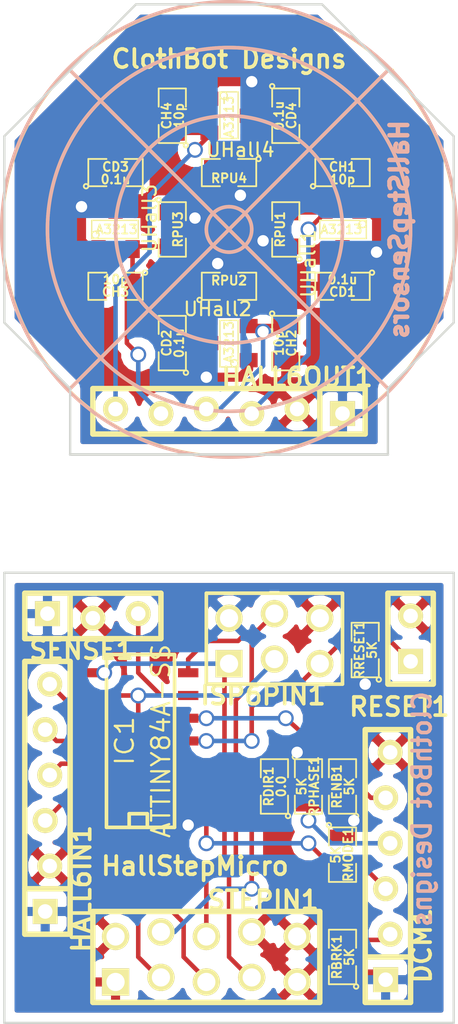
<source format=kicad_pcb>
(kicad_pcb (version 3) (host pcbnew "(2013-09-28 BZR 4356)-product")

  (general
    (links 78)
    (no_connects 0)
    (area 25.284134 18.934134 55.552218 76.136501)
    (thickness 1.6)
    (drawings 34)
    (tracks 185)
    (zones 0)
    (modules 30)
    (nets 24)
  )

  (page A3)
  (layers
    (15 F.Cu signal)
    (0 B.Cu signal)
    (16 B.Adhes user)
    (17 F.Adhes user)
    (18 B.Paste user)
    (19 F.Paste user)
    (20 B.SilkS user)
    (21 F.SilkS user)
    (22 B.Mask user)
    (23 F.Mask user)
    (24 Dwgs.User user)
    (25 Cmts.User user)
    (26 Eco1.User user)
    (27 Eco2.User user)
    (28 Edge.Cuts user)
  )

  (setup
    (last_trace_width 0.254)
    (trace_clearance 0.254)
    (zone_clearance 0.508)
    (zone_45_only no)
    (trace_min 0.1524)
    (segment_width 0.2)
    (edge_width 0.127)
    (via_size 0.889)
    (via_drill 0.635)
    (via_min_size 0.508)
    (via_min_drill 0.3302)
    (uvia_size 0.508)
    (uvia_drill 0.127)
    (uvias_allowed no)
    (uvia_min_size 0.508)
    (uvia_min_drill 0.127)
    (pcb_text_width 0.3)
    (pcb_text_size 1 1)
    (mod_edge_width 0.15)
    (mod_text_size 1 1)
    (mod_text_width 0.15)
    (pad_size 1 1)
    (pad_drill 0.6)
    (pad_to_mask_clearance 0)
    (aux_axis_origin 25.4 76.2)
    (visible_elements 7FFFFFFF)
    (pcbplotparams
      (layerselection 284196865)
      (usegerberextensions true)
      (excludeedgelayer true)
      (linewidth 0.150000)
      (plotframeref false)
      (viasonmask false)
      (mode 1)
      (useauxorigin false)
      (hpglpennumber 1)
      (hpglpenspeed 20)
      (hpglpendiameter 15)
      (hpglpenoverlay 2)
      (psnegative false)
      (psa4output false)
      (plotreference true)
      (plotvalue false)
      (plotothertext true)
      (plotinvisibletext false)
      (padsonsilk false)
      (subtractmaskfromsilk false)
      (outputformat 1)
      (mirror false)
      (drillshape 0)
      (scaleselection 1)
      (outputdirectory ClothBot_HSM_OSHPark))
  )

  (net 0 "")
  (net 1 /DC_BRAKE)
  (net 2 /DC_ENABLE)
  (net 3 /DC_MODE)
  (net 4 /DC_PHASE)
  (net 5 /HallSensors1/hall1)
  (net 6 /HallSensors1/hall2)
  (net 7 /HallSensors1/hall3)
  (net 8 /HallSensors1/hall4)
  (net 9 /RESET)
  (net 10 /SENSE)
  (net 11 /STP_DIR)
  (net 12 /STP_ENB)
  (net 13 /STP_MAX)
  (net 14 /STP_MIN)
  (net 15 /STP_STEP)
  (net 16 /hall1_in)
  (net 17 /hall2_in)
  (net 18 /hall3_in)
  (net 19 /hall4_in)
  (net 20 GND)
  (net 21 VCC)
  (net 22 VDD)
  (net 23 VSS)

  (net_class Default "This is the default net class."
    (clearance 0.254)
    (trace_width 0.254)
    (via_dia 0.889)
    (via_drill 0.635)
    (uvia_dia 0.508)
    (uvia_drill 0.127)
    (add_net "")
    (add_net /DC_BRAKE)
    (add_net /DC_ENABLE)
    (add_net /DC_MODE)
    (add_net /DC_PHASE)
    (add_net /HallSensors1/hall1)
    (add_net /HallSensors1/hall2)
    (add_net /HallSensors1/hall3)
    (add_net /HallSensors1/hall4)
    (add_net /RESET)
    (add_net /SENSE)
    (add_net /STP_DIR)
    (add_net /STP_ENB)
    (add_net /STP_MAX)
    (add_net /STP_MIN)
    (add_net /STP_STEP)
    (add_net /hall1_in)
    (add_net /hall2_in)
    (add_net /hall3_in)
    (add_net /hall4_in)
  )

  (net_class OSHPark_Minimum ""
    (clearance 0.1524)
    (trace_width 0.1524)
    (via_dia 0.508)
    (via_drill 0.3302)
    (uvia_dia 0.508)
    (uvia_drill 0.127)
  )

  (net_class PWR ""
    (clearance 0.254)
    (trace_width 0.508)
    (via_dia 0.889)
    (via_drill 0.635)
    (uvia_dia 0.508)
    (uvia_drill 0.127)
    (add_net GND)
    (add_net VCC)
    (add_net VDD)
    (add_net VSS)
  )

  (module SO14E (layer F.Cu) (tedit 524EB193) (tstamp 524991B4)
    (at 33.02 60.325 90)
    (descr "module CMS SOJ 14 pins etroit")
    (tags "CMS SOJ")
    (path /5246FCD4)
    (attr smd)
    (fp_text reference IC1 (at 0 -0.762 90) (layer F.SilkS)
      (effects (font (size 1.016 1.143) (thickness 0.127)))
    )
    (fp_text value ATTINY84A-SS (at 0 1.27 90) (layer F.SilkS)
      (effects (font (size 1.016 1.016) (thickness 0.127)))
    )
    (fp_line (start -4.826 -1.778) (end 4.826 -1.778) (layer F.SilkS) (width 0.2032))
    (fp_line (start 4.826 -1.778) (end 4.826 2.032) (layer F.SilkS) (width 0.2032))
    (fp_line (start 4.826 2.032) (end -4.826 2.032) (layer F.SilkS) (width 0.2032))
    (fp_line (start -4.826 2.032) (end -4.826 -1.778) (layer F.SilkS) (width 0.2032))
    (fp_line (start -4.826 -0.508) (end -4.064 -0.508) (layer F.SilkS) (width 0.2032))
    (fp_line (start -4.064 -0.508) (end -4.064 0.508) (layer F.SilkS) (width 0.2032))
    (fp_line (start -4.064 0.508) (end -4.826 0.508) (layer F.SilkS) (width 0.2032))
    (pad 1 smd rect (at -3.81 2.794 90) (size 0.508 1.143) (layers F.Cu F.Paste F.Mask)
      (net 22 VDD))
    (pad 2 smd rect (at -2.54 2.794 90) (size 0.508 1.143) (layers F.Cu F.Paste F.Mask)
      (net 12 /STP_ENB))
    (pad 3 smd rect (at -1.27 2.794 90) (size 0.508 1.143) (layers F.Cu F.Paste F.Mask)
      (net 3 /DC_MODE))
    (pad 4 smd rect (at 0 2.794 90) (size 0.508 1.143) (layers F.Cu F.Paste F.Mask)
      (net 9 /RESET))
    (pad 5 smd rect (at 1.27 2.794 90) (size 0.508 1.143) (layers F.Cu F.Paste F.Mask)
      (net 2 /DC_ENABLE))
    (pad 6 smd rect (at 2.54 2.794 90) (size 0.508 1.143) (layers F.Cu F.Paste F.Mask)
      (net 10 /SENSE))
    (pad 7 smd rect (at 3.81 2.794 90) (size 0.508 1.143) (layers F.Cu F.Paste F.Mask)
      (net 13 /STP_MAX))
    (pad 8 smd rect (at 3.81 -2.54 90) (size 0.508 1.143) (layers F.Cu F.Paste F.Mask)
      (net 14 /STP_MIN))
    (pad 9 smd rect (at 2.54 -2.54 90) (size 0.508 1.143) (layers F.Cu F.Paste F.Mask)
      (net 15 /STP_STEP))
    (pad 10 smd rect (at 1.27 -2.54 90) (size 0.508 1.143) (layers F.Cu F.Paste F.Mask)
      (net 19 /hall4_in))
    (pad 11 smd rect (at 0 -2.54 90) (size 0.508 1.143) (layers F.Cu F.Paste F.Mask)
      (net 18 /hall3_in))
    (pad 12 smd rect (at -1.27 -2.54 90) (size 0.508 1.143) (layers F.Cu F.Paste F.Mask)
      (net 17 /hall2_in))
    (pad 13 smd rect (at -2.54 -2.54 90) (size 0.508 1.143) (layers F.Cu F.Paste F.Mask)
      (net 16 /hall1_in))
    (pad 14 smd rect (at -3.81 -2.54 90) (size 0.508 1.143) (layers F.Cu F.Paste F.Mask)
      (net 20 GND))
    (model smd/cms_so14.wrl
      (at (xyz 0 0 0))
      (scale (xyz 0.5 0.3 0.5))
      (rotate (xyz 0 0 0))
    )
  )

  (module SM0805 (layer F.Cu) (tedit 5091495C) (tstamp 5248E8BB)
    (at 45.72 55.245 90)
    (path /52471D02)
    (attr smd)
    (fp_text reference RRESET1 (at 0 -0.3175 90) (layer F.SilkS)
      (effects (font (size 0.50038 0.50038) (thickness 0.10922)))
    )
    (fp_text value 5K (at 0 0.381 90) (layer F.SilkS)
      (effects (font (size 0.50038 0.50038) (thickness 0.10922)))
    )
    (fp_circle (center -1.651 0.762) (end -1.651 0.635) (layer F.SilkS) (width 0.09906))
    (fp_line (start -0.508 0.762) (end -1.524 0.762) (layer F.SilkS) (width 0.09906))
    (fp_line (start -1.524 0.762) (end -1.524 -0.762) (layer F.SilkS) (width 0.09906))
    (fp_line (start -1.524 -0.762) (end -0.508 -0.762) (layer F.SilkS) (width 0.09906))
    (fp_line (start 0.508 -0.762) (end 1.524 -0.762) (layer F.SilkS) (width 0.09906))
    (fp_line (start 1.524 -0.762) (end 1.524 0.762) (layer F.SilkS) (width 0.09906))
    (fp_line (start 1.524 0.762) (end 0.508 0.762) (layer F.SilkS) (width 0.09906))
    (pad 1 smd rect (at -0.9525 0 90) (size 0.889 1.397) (layers F.Cu F.Paste F.Mask)
      (net 22 VDD))
    (pad 2 smd rect (at 0.9525 0 90) (size 0.889 1.397) (layers F.Cu F.Paste F.Mask)
      (net 9 /RESET))
    (model smd/chip_cms.wrl
      (at (xyz 0 0 0))
      (scale (xyz 0.1 0.1 0.1))
      (rotate (xyz 0 0 0))
    )
  )

  (module SM0805 (layer F.Cu) (tedit 5091495C) (tstamp 5248E8C8)
    (at 34.925 25.4 90)
    (path /5248A9B3/5246FF30)
    (attr smd)
    (fp_text reference CH4 (at 0 -0.3175 90) (layer F.SilkS)
      (effects (font (size 0.50038 0.50038) (thickness 0.10922)))
    )
    (fp_text value 10p (at 0 0.381 90) (layer F.SilkS)
      (effects (font (size 0.50038 0.50038) (thickness 0.10922)))
    )
    (fp_circle (center -1.651 0.762) (end -1.651 0.635) (layer F.SilkS) (width 0.09906))
    (fp_line (start -0.508 0.762) (end -1.524 0.762) (layer F.SilkS) (width 0.09906))
    (fp_line (start -1.524 0.762) (end -1.524 -0.762) (layer F.SilkS) (width 0.09906))
    (fp_line (start -1.524 -0.762) (end -0.508 -0.762) (layer F.SilkS) (width 0.09906))
    (fp_line (start 0.508 -0.762) (end 1.524 -0.762) (layer F.SilkS) (width 0.09906))
    (fp_line (start 1.524 -0.762) (end 1.524 0.762) (layer F.SilkS) (width 0.09906))
    (fp_line (start 1.524 0.762) (end 0.508 0.762) (layer F.SilkS) (width 0.09906))
    (pad 1 smd rect (at -0.9525 0 90) (size 0.889 1.397) (layers F.Cu F.Paste F.Mask)
      (net 8 /HallSensors1/hall4))
    (pad 2 smd rect (at 0.9525 0 90) (size 0.889 1.397) (layers F.Cu F.Paste F.Mask)
      (net 23 VSS))
    (model smd/chip_cms.wrl
      (at (xyz 0 0 0))
      (scale (xyz 0.1 0.1 0.1))
      (rotate (xyz 0 0 0))
    )
  )

  (module SM0805 (layer F.Cu) (tedit 5091495C) (tstamp 524C3634)
    (at 31.75 34.925 180)
    (path /5248A9B3/5246FF2A)
    (attr smd)
    (fp_text reference CH3 (at 0 -0.3175 180) (layer F.SilkS)
      (effects (font (size 0.50038 0.50038) (thickness 0.10922)))
    )
    (fp_text value 10p (at 0 0.381 180) (layer F.SilkS)
      (effects (font (size 0.50038 0.50038) (thickness 0.10922)))
    )
    (fp_circle (center -1.651 0.762) (end -1.651 0.635) (layer F.SilkS) (width 0.09906))
    (fp_line (start -0.508 0.762) (end -1.524 0.762) (layer F.SilkS) (width 0.09906))
    (fp_line (start -1.524 0.762) (end -1.524 -0.762) (layer F.SilkS) (width 0.09906))
    (fp_line (start -1.524 -0.762) (end -0.508 -0.762) (layer F.SilkS) (width 0.09906))
    (fp_line (start 0.508 -0.762) (end 1.524 -0.762) (layer F.SilkS) (width 0.09906))
    (fp_line (start 1.524 -0.762) (end 1.524 0.762) (layer F.SilkS) (width 0.09906))
    (fp_line (start 1.524 0.762) (end 0.508 0.762) (layer F.SilkS) (width 0.09906))
    (pad 1 smd rect (at -0.9525 0 180) (size 0.889 1.397) (layers F.Cu F.Paste F.Mask)
      (net 7 /HallSensors1/hall3))
    (pad 2 smd rect (at 0.9525 0 180) (size 0.889 1.397) (layers F.Cu F.Paste F.Mask)
      (net 23 VSS))
    (model smd/chip_cms.wrl
      (at (xyz 0 0 0))
      (scale (xyz 0.1 0.1 0.1))
      (rotate (xyz 0 0 0))
    )
  )

  (module SM0805 (layer F.Cu) (tedit 5091495C) (tstamp 5248E8E2)
    (at 41.275 38.1 270)
    (path /5248A9B3/5246FF24)
    (attr smd)
    (fp_text reference CH2 (at 0 -0.3175 270) (layer F.SilkS)
      (effects (font (size 0.50038 0.50038) (thickness 0.10922)))
    )
    (fp_text value 10p (at 0 0.381 270) (layer F.SilkS)
      (effects (font (size 0.50038 0.50038) (thickness 0.10922)))
    )
    (fp_circle (center -1.651 0.762) (end -1.651 0.635) (layer F.SilkS) (width 0.09906))
    (fp_line (start -0.508 0.762) (end -1.524 0.762) (layer F.SilkS) (width 0.09906))
    (fp_line (start -1.524 0.762) (end -1.524 -0.762) (layer F.SilkS) (width 0.09906))
    (fp_line (start -1.524 -0.762) (end -0.508 -0.762) (layer F.SilkS) (width 0.09906))
    (fp_line (start 0.508 -0.762) (end 1.524 -0.762) (layer F.SilkS) (width 0.09906))
    (fp_line (start 1.524 -0.762) (end 1.524 0.762) (layer F.SilkS) (width 0.09906))
    (fp_line (start 1.524 0.762) (end 0.508 0.762) (layer F.SilkS) (width 0.09906))
    (pad 1 smd rect (at -0.9525 0 270) (size 0.889 1.397) (layers F.Cu F.Paste F.Mask)
      (net 6 /HallSensors1/hall2))
    (pad 2 smd rect (at 0.9525 0 270) (size 0.889 1.397) (layers F.Cu F.Paste F.Mask)
      (net 23 VSS))
    (model smd/chip_cms.wrl
      (at (xyz 0 0 0))
      (scale (xyz 0.1 0.1 0.1))
      (rotate (xyz 0 0 0))
    )
  )

  (module SM0805 (layer F.Cu) (tedit 5091495C) (tstamp 524C336D)
    (at 44.45 28.575)
    (path /5248A9B3/5246FF1E)
    (attr smd)
    (fp_text reference CH1 (at 0 -0.3175) (layer F.SilkS)
      (effects (font (size 0.50038 0.50038) (thickness 0.10922)))
    )
    (fp_text value 10p (at 0 0.381) (layer F.SilkS)
      (effects (font (size 0.50038 0.50038) (thickness 0.10922)))
    )
    (fp_circle (center -1.651 0.762) (end -1.651 0.635) (layer F.SilkS) (width 0.09906))
    (fp_line (start -0.508 0.762) (end -1.524 0.762) (layer F.SilkS) (width 0.09906))
    (fp_line (start -1.524 0.762) (end -1.524 -0.762) (layer F.SilkS) (width 0.09906))
    (fp_line (start -1.524 -0.762) (end -0.508 -0.762) (layer F.SilkS) (width 0.09906))
    (fp_line (start 0.508 -0.762) (end 1.524 -0.762) (layer F.SilkS) (width 0.09906))
    (fp_line (start 1.524 -0.762) (end 1.524 0.762) (layer F.SilkS) (width 0.09906))
    (fp_line (start 1.524 0.762) (end 0.508 0.762) (layer F.SilkS) (width 0.09906))
    (pad 1 smd rect (at -0.9525 0) (size 0.889 1.397) (layers F.Cu F.Paste F.Mask)
      (net 5 /HallSensors1/hall1))
    (pad 2 smd rect (at 0.9525 0) (size 0.889 1.397) (layers F.Cu F.Paste F.Mask)
      (net 23 VSS))
    (model smd/chip_cms.wrl
      (at (xyz 0 0 0))
      (scale (xyz 0.1 0.1 0.1))
      (rotate (xyz 0 0 0))
    )
  )

  (module SM0805 (layer F.Cu) (tedit 5091495C) (tstamp 524C36CF)
    (at 41.275 25.4 270)
    (path /5248A9B3/5246FF18)
    (attr smd)
    (fp_text reference CD4 (at 0 -0.3175 270) (layer F.SilkS)
      (effects (font (size 0.50038 0.50038) (thickness 0.10922)))
    )
    (fp_text value 0.1u (at 0 0.381 270) (layer F.SilkS)
      (effects (font (size 0.50038 0.50038) (thickness 0.10922)))
    )
    (fp_circle (center -1.651 0.762) (end -1.651 0.635) (layer F.SilkS) (width 0.09906))
    (fp_line (start -0.508 0.762) (end -1.524 0.762) (layer F.SilkS) (width 0.09906))
    (fp_line (start -1.524 0.762) (end -1.524 -0.762) (layer F.SilkS) (width 0.09906))
    (fp_line (start -1.524 -0.762) (end -0.508 -0.762) (layer F.SilkS) (width 0.09906))
    (fp_line (start 0.508 -0.762) (end 1.524 -0.762) (layer F.SilkS) (width 0.09906))
    (fp_line (start 1.524 -0.762) (end 1.524 0.762) (layer F.SilkS) (width 0.09906))
    (fp_line (start 1.524 0.762) (end 0.508 0.762) (layer F.SilkS) (width 0.09906))
    (pad 1 smd rect (at -0.9525 0 270) (size 0.889 1.397) (layers F.Cu F.Paste F.Mask)
      (net 21 VCC))
    (pad 2 smd rect (at 0.9525 0 270) (size 0.889 1.397) (layers F.Cu F.Paste F.Mask)
      (net 23 VSS))
    (model smd/chip_cms.wrl
      (at (xyz 0 0 0))
      (scale (xyz 0.1 0.1 0.1))
      (rotate (xyz 0 0 0))
    )
  )

  (module SM0805 (layer F.Cu) (tedit 5091495C) (tstamp 5248E909)
    (at 42.545 62.865 270)
    (path /52472C81)
    (attr smd)
    (fp_text reference RPHASE1 (at 0 -0.3175 270) (layer F.SilkS)
      (effects (font (size 0.50038 0.50038) (thickness 0.10922)))
    )
    (fp_text value 5K (at 0 0.381 270) (layer F.SilkS)
      (effects (font (size 0.50038 0.50038) (thickness 0.10922)))
    )
    (fp_circle (center -1.651 0.762) (end -1.651 0.635) (layer F.SilkS) (width 0.09906))
    (fp_line (start -0.508 0.762) (end -1.524 0.762) (layer F.SilkS) (width 0.09906))
    (fp_line (start -1.524 0.762) (end -1.524 -0.762) (layer F.SilkS) (width 0.09906))
    (fp_line (start -1.524 -0.762) (end -0.508 -0.762) (layer F.SilkS) (width 0.09906))
    (fp_line (start 0.508 -0.762) (end 1.524 -0.762) (layer F.SilkS) (width 0.09906))
    (fp_line (start 1.524 -0.762) (end 1.524 0.762) (layer F.SilkS) (width 0.09906))
    (fp_line (start 1.524 0.762) (end 0.508 0.762) (layer F.SilkS) (width 0.09906))
    (pad 1 smd rect (at -0.9525 0 270) (size 0.889 1.397) (layers F.Cu F.Paste F.Mask)
      (net 22 VDD))
    (pad 2 smd rect (at 0.9525 0 270) (size 0.889 1.397) (layers F.Cu F.Paste F.Mask)
      (net 4 /DC_PHASE))
    (model smd/chip_cms.wrl
      (at (xyz 0 0 0))
      (scale (xyz 0.1 0.1 0.1))
      (rotate (xyz 0 0 0))
    )
  )

  (module SM0805 (layer F.Cu) (tedit 5091495C) (tstamp 524ADEEB)
    (at 44.45 66.675 270)
    (path /52472934)
    (attr smd)
    (fp_text reference RMODE1 (at 0 -0.3175 270) (layer F.SilkS)
      (effects (font (size 0.50038 0.50038) (thickness 0.10922)))
    )
    (fp_text value 5K (at 0 0.381 270) (layer F.SilkS)
      (effects (font (size 0.50038 0.50038) (thickness 0.10922)))
    )
    (fp_circle (center -1.651 0.762) (end -1.651 0.635) (layer F.SilkS) (width 0.09906))
    (fp_line (start -0.508 0.762) (end -1.524 0.762) (layer F.SilkS) (width 0.09906))
    (fp_line (start -1.524 0.762) (end -1.524 -0.762) (layer F.SilkS) (width 0.09906))
    (fp_line (start -1.524 -0.762) (end -0.508 -0.762) (layer F.SilkS) (width 0.09906))
    (fp_line (start 0.508 -0.762) (end 1.524 -0.762) (layer F.SilkS) (width 0.09906))
    (fp_line (start 1.524 -0.762) (end 1.524 0.762) (layer F.SilkS) (width 0.09906))
    (fp_line (start 1.524 0.762) (end 0.508 0.762) (layer F.SilkS) (width 0.09906))
    (pad 1 smd rect (at -0.9525 0 270) (size 0.889 1.397) (layers F.Cu F.Paste F.Mask)
      (net 22 VDD))
    (pad 2 smd rect (at 0.9525 0 270) (size 0.889 1.397) (layers F.Cu F.Paste F.Mask)
      (net 3 /DC_MODE))
    (model smd/chip_cms.wrl
      (at (xyz 0 0 0))
      (scale (xyz 0.1 0.1 0.1))
      (rotate (xyz 0 0 0))
    )
  )

  (module SM0805 (layer F.Cu) (tedit 5091495C) (tstamp 5248E923)
    (at 44.45 72.39 90)
    (path /52472899)
    (attr smd)
    (fp_text reference RBRK1 (at 0 -0.3175 90) (layer F.SilkS)
      (effects (font (size 0.50038 0.50038) (thickness 0.10922)))
    )
    (fp_text value 5K (at 0 0.381 90) (layer F.SilkS)
      (effects (font (size 0.50038 0.50038) (thickness 0.10922)))
    )
    (fp_circle (center -1.651 0.762) (end -1.651 0.635) (layer F.SilkS) (width 0.09906))
    (fp_line (start -0.508 0.762) (end -1.524 0.762) (layer F.SilkS) (width 0.09906))
    (fp_line (start -1.524 0.762) (end -1.524 -0.762) (layer F.SilkS) (width 0.09906))
    (fp_line (start -1.524 -0.762) (end -0.508 -0.762) (layer F.SilkS) (width 0.09906))
    (fp_line (start 0.508 -0.762) (end 1.524 -0.762) (layer F.SilkS) (width 0.09906))
    (fp_line (start 1.524 -0.762) (end 1.524 0.762) (layer F.SilkS) (width 0.09906))
    (fp_line (start 1.524 0.762) (end 0.508 0.762) (layer F.SilkS) (width 0.09906))
    (pad 1 smd rect (at -0.9525 0 90) (size 0.889 1.397) (layers F.Cu F.Paste F.Mask)
      (net 22 VDD))
    (pad 2 smd rect (at 0.9525 0 90) (size 0.889 1.397) (layers F.Cu F.Paste F.Mask)
      (net 1 /DC_BRAKE))
    (model smd/chip_cms.wrl
      (at (xyz 0 0 0))
      (scale (xyz 0.1 0.1 0.1))
      (rotate (xyz 0 0 0))
    )
  )

  (module SM0805 (layer F.Cu) (tedit 5091495C) (tstamp 5248E930)
    (at 44.45 62.865 90)
    (path /524726A8)
    (attr smd)
    (fp_text reference RENB1 (at 0 -0.3175 90) (layer F.SilkS)
      (effects (font (size 0.50038 0.50038) (thickness 0.10922)))
    )
    (fp_text value 5K (at 0 0.381 90) (layer F.SilkS)
      (effects (font (size 0.50038 0.50038) (thickness 0.10922)))
    )
    (fp_circle (center -1.651 0.762) (end -1.651 0.635) (layer F.SilkS) (width 0.09906))
    (fp_line (start -0.508 0.762) (end -1.524 0.762) (layer F.SilkS) (width 0.09906))
    (fp_line (start -1.524 0.762) (end -1.524 -0.762) (layer F.SilkS) (width 0.09906))
    (fp_line (start -1.524 -0.762) (end -0.508 -0.762) (layer F.SilkS) (width 0.09906))
    (fp_line (start 0.508 -0.762) (end 1.524 -0.762) (layer F.SilkS) (width 0.09906))
    (fp_line (start 1.524 -0.762) (end 1.524 0.762) (layer F.SilkS) (width 0.09906))
    (fp_line (start 1.524 0.762) (end 0.508 0.762) (layer F.SilkS) (width 0.09906))
    (pad 1 smd rect (at -0.9525 0 90) (size 0.889 1.397) (layers F.Cu F.Paste F.Mask)
      (net 22 VDD))
    (pad 2 smd rect (at 0.9525 0 90) (size 0.889 1.397) (layers F.Cu F.Paste F.Mask)
      (net 2 /DC_ENABLE))
    (model smd/chip_cms.wrl
      (at (xyz 0 0 0))
      (scale (xyz 0.1 0.1 0.1))
      (rotate (xyz 0 0 0))
    )
  )

  (module SM0805 (layer F.Cu) (tedit 5091495C) (tstamp 524C36DD)
    (at 31.75 28.575)
    (path /5248A9B3/5246FF12)
    (attr smd)
    (fp_text reference CD3 (at 0 -0.3175) (layer F.SilkS)
      (effects (font (size 0.50038 0.50038) (thickness 0.10922)))
    )
    (fp_text value 0.1u (at 0 0.381) (layer F.SilkS)
      (effects (font (size 0.50038 0.50038) (thickness 0.10922)))
    )
    (fp_circle (center -1.651 0.762) (end -1.651 0.635) (layer F.SilkS) (width 0.09906))
    (fp_line (start -0.508 0.762) (end -1.524 0.762) (layer F.SilkS) (width 0.09906))
    (fp_line (start -1.524 0.762) (end -1.524 -0.762) (layer F.SilkS) (width 0.09906))
    (fp_line (start -1.524 -0.762) (end -0.508 -0.762) (layer F.SilkS) (width 0.09906))
    (fp_line (start 0.508 -0.762) (end 1.524 -0.762) (layer F.SilkS) (width 0.09906))
    (fp_line (start 1.524 -0.762) (end 1.524 0.762) (layer F.SilkS) (width 0.09906))
    (fp_line (start 1.524 0.762) (end 0.508 0.762) (layer F.SilkS) (width 0.09906))
    (pad 1 smd rect (at -0.9525 0) (size 0.889 1.397) (layers F.Cu F.Paste F.Mask)
      (net 21 VCC))
    (pad 2 smd rect (at 0.9525 0) (size 0.889 1.397) (layers F.Cu F.Paste F.Mask)
      (net 23 VSS))
    (model smd/chip_cms.wrl
      (at (xyz 0 0 0))
      (scale (xyz 0.1 0.1 0.1))
      (rotate (xyz 0 0 0))
    )
  )

  (module SM0805 (layer F.Cu) (tedit 5091495C) (tstamp 524C36B3)
    (at 34.925 38.1 90)
    (path /5248A9B3/5246FF0C)
    (attr smd)
    (fp_text reference CD2 (at 0 -0.3175 90) (layer F.SilkS)
      (effects (font (size 0.50038 0.50038) (thickness 0.10922)))
    )
    (fp_text value 0.1u (at 0 0.381 90) (layer F.SilkS)
      (effects (font (size 0.50038 0.50038) (thickness 0.10922)))
    )
    (fp_circle (center -1.651 0.762) (end -1.651 0.635) (layer F.SilkS) (width 0.09906))
    (fp_line (start -0.508 0.762) (end -1.524 0.762) (layer F.SilkS) (width 0.09906))
    (fp_line (start -1.524 0.762) (end -1.524 -0.762) (layer F.SilkS) (width 0.09906))
    (fp_line (start -1.524 -0.762) (end -0.508 -0.762) (layer F.SilkS) (width 0.09906))
    (fp_line (start 0.508 -0.762) (end 1.524 -0.762) (layer F.SilkS) (width 0.09906))
    (fp_line (start 1.524 -0.762) (end 1.524 0.762) (layer F.SilkS) (width 0.09906))
    (fp_line (start 1.524 0.762) (end 0.508 0.762) (layer F.SilkS) (width 0.09906))
    (pad 1 smd rect (at -0.9525 0 90) (size 0.889 1.397) (layers F.Cu F.Paste F.Mask)
      (net 21 VCC))
    (pad 2 smd rect (at 0.9525 0 90) (size 0.889 1.397) (layers F.Cu F.Paste F.Mask)
      (net 23 VSS))
    (model smd/chip_cms.wrl
      (at (xyz 0 0 0))
      (scale (xyz 0.1 0.1 0.1))
      (rotate (xyz 0 0 0))
    )
  )

  (module SM0805 (layer F.Cu) (tedit 5091495C) (tstamp 524C36C1)
    (at 44.45 34.925 180)
    (path /5248A9B3/5246FEFF)
    (attr smd)
    (fp_text reference CD1 (at 0 -0.3175 180) (layer F.SilkS)
      (effects (font (size 0.50038 0.50038) (thickness 0.10922)))
    )
    (fp_text value 0.1u (at 0 0.381 180) (layer F.SilkS)
      (effects (font (size 0.50038 0.50038) (thickness 0.10922)))
    )
    (fp_circle (center -1.651 0.762) (end -1.651 0.635) (layer F.SilkS) (width 0.09906))
    (fp_line (start -0.508 0.762) (end -1.524 0.762) (layer F.SilkS) (width 0.09906))
    (fp_line (start -1.524 0.762) (end -1.524 -0.762) (layer F.SilkS) (width 0.09906))
    (fp_line (start -1.524 -0.762) (end -0.508 -0.762) (layer F.SilkS) (width 0.09906))
    (fp_line (start 0.508 -0.762) (end 1.524 -0.762) (layer F.SilkS) (width 0.09906))
    (fp_line (start 1.524 -0.762) (end 1.524 0.762) (layer F.SilkS) (width 0.09906))
    (fp_line (start 1.524 0.762) (end 0.508 0.762) (layer F.SilkS) (width 0.09906))
    (pad 1 smd rect (at -0.9525 0 180) (size 0.889 1.397) (layers F.Cu F.Paste F.Mask)
      (net 21 VCC))
    (pad 2 smd rect (at 0.9525 0 180) (size 0.889 1.397) (layers F.Cu F.Paste F.Mask)
      (net 23 VSS))
    (model smd/chip_cms.wrl
      (at (xyz 0 0 0))
      (scale (xyz 0.1 0.1 0.1))
      (rotate (xyz 0 0 0))
    )
  )

  (module SIL-2 (layer F.Cu) (tedit 524D5E90) (tstamp 52499564)
    (at 48.26 54.61 90)
    (descr "Connecteurs 2 pins")
    (tags "CONN DEV")
    (path /52487407)
    (fp_text reference RESET1 (at -3.81 -0.635 180) (layer F.SilkS)
      (effects (font (size 1.016 1.016) (thickness 0.2032)))
    )
    (fp_text value CONN_2 (at 0 0 90) (layer F.SilkS) hide
      (effects (font (size 1.524 1.016) (thickness 0.3048)))
    )
    (fp_line (start -2.54 1.27) (end -2.54 -1.27) (layer F.SilkS) (width 0.3048))
    (fp_line (start -2.54 -1.27) (end 2.54 -1.27) (layer F.SilkS) (width 0.3048))
    (fp_line (start 2.54 -1.27) (end 2.54 1.27) (layer F.SilkS) (width 0.3048))
    (fp_line (start 2.54 1.27) (end -2.54 1.27) (layer F.SilkS) (width 0.3048))
    (pad 1 thru_hole rect (at -1.27 0 90) (size 1.397 1.397) (drill 0.8128) (layers *.Cu *.Mask F.SilkS)
      (net 9 /RESET))
    (pad 2 thru_hole circle (at 1.27 0 90) (size 1.397 1.397) (drill 0.8128) (layers *.Cu *.Mask F.SilkS)
      (net 20 GND))
  )

  (module SOT-23W (layer F.Cu) (tedit 524EB36A) (tstamp 5248E871)
    (at 38.1 25.4 270)
    (descr "SZOT23 with PIN 2 and 3 swapped, for Diodes")
    (tags SOT23)
    (path /5248A9B3/5246F874)
    (attr smd)
    (fp_text reference UHall4 (at 1.905 -0.635 360) (layer F.SilkS)
      (effects (font (size 0.762 0.762) (thickness 0.11938)))
    )
    (fp_text value A3213 (at 0.0635 0 270) (layer F.SilkS)
      (effects (font (size 0.50038 0.50038) (thickness 0.09906)))
    )
    (fp_circle (center -1.12522 0.29972) (end -1.12522 0.50038) (layer F.SilkS) (width 0.07874))
    (fp_line (start 1.27 -0.508) (end 1.27 0.508) (layer F.SilkS) (width 0.07874))
    (fp_line (start -1.3335 -0.508) (end -1.3335 0.508) (layer F.SilkS) (width 0.07874))
    (fp_line (start 1.27 0.508) (end -1.3335 0.508) (layer F.SilkS) (width 0.07874))
    (fp_line (start -1.3335 -0.508) (end 1.27 -0.508) (layer F.SilkS) (width 0.07874))
    (pad 2 smd rect (at 0 -1.09982 270) (size 0.8001 1.00076) (layers F.Cu F.Paste F.Mask)
      (net 23 VSS))
    (pad 3 smd rect (at 0.9525 1.09982 270) (size 0.8001 1.00076) (layers F.Cu F.Paste F.Mask)
      (net 8 /HallSensors1/hall4))
    (pad 1 smd rect (at -0.9525 1.09982 270) (size 0.8001 1.00076) (layers F.Cu F.Paste F.Mask)
      (net 21 VCC))
    (model smd\SOT23_3.wrl
      (at (xyz 0 0 0))
      (scale (xyz 0.4 0.4 0.4))
      (rotate (xyz 0 0 180))
    )
  )

  (module SOT-23W (layer F.Cu) (tedit 524EB37E) (tstamp 5248E87D)
    (at 31.75 31.75)
    (descr "SZOT23 with PIN 2 and 3 swapped, for Diodes")
    (tags SOT23)
    (path /5248A9B3/5246F86E)
    (attr smd)
    (fp_text reference UHall3 (at 1.905 -0.635 90) (layer F.SilkS)
      (effects (font (size 0.762 0.762) (thickness 0.11938)))
    )
    (fp_text value A3213 (at 0.0635 0) (layer F.SilkS)
      (effects (font (size 0.50038 0.50038) (thickness 0.09906)))
    )
    (fp_circle (center -1.12522 0.29972) (end -1.12522 0.50038) (layer F.SilkS) (width 0.07874))
    (fp_line (start 1.27 -0.508) (end 1.27 0.508) (layer F.SilkS) (width 0.07874))
    (fp_line (start -1.3335 -0.508) (end -1.3335 0.508) (layer F.SilkS) (width 0.07874))
    (fp_line (start 1.27 0.508) (end -1.3335 0.508) (layer F.SilkS) (width 0.07874))
    (fp_line (start -1.3335 -0.508) (end 1.27 -0.508) (layer F.SilkS) (width 0.07874))
    (pad 2 smd rect (at 0 -1.09982) (size 0.8001 1.00076) (layers F.Cu F.Paste F.Mask)
      (net 23 VSS))
    (pad 3 smd rect (at 0.9525 1.09982) (size 0.8001 1.00076) (layers F.Cu F.Paste F.Mask)
      (net 7 /HallSensors1/hall3))
    (pad 1 smd rect (at -0.9525 1.09982) (size 0.8001 1.00076) (layers F.Cu F.Paste F.Mask)
      (net 21 VCC))
    (model smd\SOT23_3.wrl
      (at (xyz 0 0 0))
      (scale (xyz 0.4 0.4 0.4))
      (rotate (xyz 0 0 180))
    )
  )

  (module SOT-23W (layer F.Cu) (tedit 524EB370) (tstamp 5248E889)
    (at 38.1 38.1 90)
    (descr "SZOT23 with PIN 2 and 3 swapped, for Diodes")
    (tags SOT23)
    (path /5248A9B3/5246F860)
    (attr smd)
    (fp_text reference UHall2 (at 1.905 -0.635 180) (layer F.SilkS)
      (effects (font (size 0.762 0.762) (thickness 0.11938)))
    )
    (fp_text value A3213 (at 0.0635 0 90) (layer F.SilkS)
      (effects (font (size 0.50038 0.50038) (thickness 0.09906)))
    )
    (fp_circle (center -1.12522 0.29972) (end -1.12522 0.50038) (layer F.SilkS) (width 0.07874))
    (fp_line (start 1.27 -0.508) (end 1.27 0.508) (layer F.SilkS) (width 0.07874))
    (fp_line (start -1.3335 -0.508) (end -1.3335 0.508) (layer F.SilkS) (width 0.07874))
    (fp_line (start 1.27 0.508) (end -1.3335 0.508) (layer F.SilkS) (width 0.07874))
    (fp_line (start -1.3335 -0.508) (end 1.27 -0.508) (layer F.SilkS) (width 0.07874))
    (pad 2 smd rect (at 0 -1.09982 90) (size 0.8001 1.00076) (layers F.Cu F.Paste F.Mask)
      (net 23 VSS))
    (pad 3 smd rect (at 0.9525 1.09982 90) (size 0.8001 1.00076) (layers F.Cu F.Paste F.Mask)
      (net 6 /HallSensors1/hall2))
    (pad 1 smd rect (at -0.9525 1.09982 90) (size 0.8001 1.00076) (layers F.Cu F.Paste F.Mask)
      (net 21 VCC))
    (model smd\SOT23_3.wrl
      (at (xyz 0 0 0))
      (scale (xyz 0.4 0.4 0.4))
      (rotate (xyz 0 0 180))
    )
  )

  (module SOT-23W (layer F.Cu) (tedit 524EB33F) (tstamp 5248E895)
    (at 44.45 31.75 180)
    (descr "SZOT23 with PIN 2 and 3 swapped, for Diodes")
    (tags SOT23)
    (path /5248A9B3/5246F83F)
    (attr smd)
    (fp_text reference UHall1 (at 1.905 -1.905 270) (layer F.SilkS)
      (effects (font (size 0.762 0.762) (thickness 0.11938)))
    )
    (fp_text value A3213 (at 0.0635 0 180) (layer F.SilkS)
      (effects (font (size 0.50038 0.50038) (thickness 0.09906)))
    )
    (fp_circle (center -1.12522 0.29972) (end -1.12522 0.50038) (layer F.SilkS) (width 0.07874))
    (fp_line (start 1.27 -0.508) (end 1.27 0.508) (layer F.SilkS) (width 0.07874))
    (fp_line (start -1.3335 -0.508) (end -1.3335 0.508) (layer F.SilkS) (width 0.07874))
    (fp_line (start 1.27 0.508) (end -1.3335 0.508) (layer F.SilkS) (width 0.07874))
    (fp_line (start -1.3335 -0.508) (end 1.27 -0.508) (layer F.SilkS) (width 0.07874))
    (pad 2 smd rect (at 0 -1.09982 180) (size 0.8001 1.00076) (layers F.Cu F.Paste F.Mask)
      (net 23 VSS))
    (pad 3 smd rect (at 0.9525 1.09982 180) (size 0.8001 1.00076) (layers F.Cu F.Paste F.Mask)
      (net 5 /HallSensors1/hall1))
    (pad 1 smd rect (at -0.9525 1.09982 180) (size 0.8001 1.00076) (layers F.Cu F.Paste F.Mask)
      (net 21 VCC))
    (model smd\SOT23_3.wrl
      (at (xyz 0 0 0))
      (scale (xyz 0.4 0.4 0.4))
      (rotate (xyz 0 0 180))
    )
  )

  (module SM0805 (layer F.Cu) (tedit 5091495C) (tstamp 5249BE8D)
    (at 40.64 62.865 90)
    (path /5249CEDB)
    (attr smd)
    (fp_text reference RDIR1 (at 0 -0.3175 90) (layer F.SilkS)
      (effects (font (size 0.50038 0.50038) (thickness 0.10922)))
    )
    (fp_text value 0.0 (at 0 0.381 90) (layer F.SilkS)
      (effects (font (size 0.50038 0.50038) (thickness 0.10922)))
    )
    (fp_circle (center -1.651 0.762) (end -1.651 0.635) (layer F.SilkS) (width 0.09906))
    (fp_line (start -0.508 0.762) (end -1.524 0.762) (layer F.SilkS) (width 0.09906))
    (fp_line (start -1.524 0.762) (end -1.524 -0.762) (layer F.SilkS) (width 0.09906))
    (fp_line (start -1.524 -0.762) (end -0.508 -0.762) (layer F.SilkS) (width 0.09906))
    (fp_line (start 0.508 -0.762) (end 1.524 -0.762) (layer F.SilkS) (width 0.09906))
    (fp_line (start 1.524 -0.762) (end 1.524 0.762) (layer F.SilkS) (width 0.09906))
    (fp_line (start 1.524 0.762) (end 0.508 0.762) (layer F.SilkS) (width 0.09906))
    (pad 1 smd rect (at -0.9525 0 90) (size 0.889 1.397) (layers F.Cu F.Paste F.Mask)
      (net 11 /STP_DIR))
    (pad 2 smd rect (at 0.9525 0 90) (size 0.889 1.397) (layers F.Cu F.Paste F.Mask)
      (net 4 /DC_PHASE))
    (model smd/chip_cms.wrl
      (at (xyz 0 0 0))
      (scale (xyz 0.1 0.1 0.1))
      (rotate (xyz 0 0 0))
    )
  )

  (module SIL6-offset-0p005 (layer F.Cu) (tedit 524EB22B) (tstamp 5249D344)
    (at 38.1 41.91 180)
    (descr "Connecteur 6 pins")
    (tags "CONN DEV")
    (path /5249C0EE)
    (fp_text reference HALL6OUT1 (at -3.81 1.905 180) (layer F.SilkS)
      (effects (font (size 1.016 1.016) (thickness 0.2032)))
    )
    (fp_text value CONN_6 (at 3.81 0 180) (layer F.SilkS) hide
      (effects (font (size 1.016 1.016) (thickness 0.2032)))
    )
    (fp_line (start -7.62 1.27) (end -7.62 -1.27) (layer F.SilkS) (width 0.3048))
    (fp_line (start -7.62 -1.27) (end 7.62 -1.27) (layer F.SilkS) (width 0.3048))
    (fp_line (start 7.62 -1.27) (end 7.62 1.27) (layer F.SilkS) (width 0.3048))
    (fp_line (start 7.62 1.27) (end -7.62 1.27) (layer F.SilkS) (width 0.3048))
    (fp_line (start -5.08 1.27) (end -5.08 -1.27) (layer F.SilkS) (width 0.3048))
    (pad 1 thru_hole rect (at -6.35 -0.127 180) (size 1.397 1.397) (drill 0.8128) (layers *.Cu *.Mask F.SilkS)
      (net 21 VCC))
    (pad 2 thru_hole circle (at -3.81 0.127 180) (size 1.397 1.397) (drill 0.8128) (layers *.Cu *.Mask F.SilkS)
      (net 23 VSS))
    (pad 3 thru_hole circle (at -1.27 -0.127 180) (size 1.397 1.397) (drill 0.8128) (layers *.Cu *.Mask F.SilkS)
      (net 5 /HallSensors1/hall1))
    (pad 4 thru_hole circle (at 1.27 0.127 180) (size 1.397 1.397) (drill 0.8128) (layers *.Cu *.Mask F.SilkS)
      (net 6 /HallSensors1/hall2))
    (pad 5 thru_hole circle (at 3.81 -0.127 180) (size 1.397 1.397) (drill 0.8128) (layers *.Cu *.Mask F.SilkS)
      (net 7 /HallSensors1/hall3))
    (pad 6 thru_hole circle (at 6.35 0.127 180) (size 1.397 1.397) (drill 0.8128) (layers *.Cu *.Mask F.SilkS)
      (net 8 /HallSensors1/hall4))
  )

  (module SIL6-offset-0p005 (layer F.Cu) (tedit 524EB454) (tstamp 5248E975)
    (at 46.99 67.31 90)
    (descr "Connecteur 6 pins")
    (tags "CONN DEV")
    (path /52470F9C)
    (fp_text reference DCM1 (at -4.445 1.905 90) (layer F.SilkS)
      (effects (font (size 1.016 1.016) (thickness 0.2032)))
    )
    (fp_text value CONN_6 (at 5.08 -2.54 90) (layer F.SilkS) hide
      (effects (font (size 1.016 1.016) (thickness 0.2032)))
    )
    (fp_line (start -7.62 1.27) (end -7.62 -1.27) (layer F.SilkS) (width 0.3048))
    (fp_line (start -7.62 -1.27) (end 7.62 -1.27) (layer F.SilkS) (width 0.3048))
    (fp_line (start 7.62 -1.27) (end 7.62 1.27) (layer F.SilkS) (width 0.3048))
    (fp_line (start 7.62 1.27) (end -7.62 1.27) (layer F.SilkS) (width 0.3048))
    (fp_line (start -5.08 1.27) (end -5.08 -1.27) (layer F.SilkS) (width 0.3048))
    (pad 1 thru_hole rect (at -6.35 -0.127 90) (size 1.397 1.397) (drill 0.8128) (layers *.Cu *.Mask F.SilkS)
      (net 22 VDD))
    (pad 2 thru_hole circle (at -3.81 0.127 90) (size 1.397 1.397) (drill 0.8128) (layers *.Cu *.Mask F.SilkS)
      (net 1 /DC_BRAKE))
    (pad 3 thru_hole circle (at -1.27 -0.127 90) (size 1.397 1.397) (drill 0.8128) (layers *.Cu *.Mask F.SilkS)
      (net 3 /DC_MODE))
    (pad 4 thru_hole circle (at 1.27 0.127 90) (size 1.397 1.397) (drill 0.8128) (layers *.Cu *.Mask F.SilkS)
      (net 4 /DC_PHASE))
    (pad 5 thru_hole circle (at 3.81 -0.127 90) (size 1.397 1.397) (drill 0.8128) (layers *.Cu *.Mask F.SilkS)
      (net 2 /DC_ENABLE))
    (pad 6 thru_hole circle (at 6.35 0.127 90) (size 1.397 1.397) (drill 0.8128) (layers *.Cu *.Mask F.SilkS)
      (net 20 GND))
  )

  (module SIL6-offset-0p005 (layer F.Cu) (tedit 524EB181) (tstamp 5248E984)
    (at 27.94 63.5 90)
    (descr "Connecteur 6 pins")
    (tags "CONN DEV")
    (path /52485E70)
    (fp_text reference HALL6IN1 (at -5.08 1.905 90) (layer F.SilkS)
      (effects (font (size 1.016 1.016) (thickness 0.2032)))
    )
    (fp_text value CONN_6 (at 5.08 -1.27 90) (layer F.SilkS) hide
      (effects (font (size 1.016 1.016) (thickness 0.2032)))
    )
    (fp_line (start -7.62 1.27) (end -7.62 -1.27) (layer F.SilkS) (width 0.3048))
    (fp_line (start -7.62 -1.27) (end 7.62 -1.27) (layer F.SilkS) (width 0.3048))
    (fp_line (start 7.62 -1.27) (end 7.62 1.27) (layer F.SilkS) (width 0.3048))
    (fp_line (start 7.62 1.27) (end -7.62 1.27) (layer F.SilkS) (width 0.3048))
    (fp_line (start -5.08 1.27) (end -5.08 -1.27) (layer F.SilkS) (width 0.3048))
    (pad 1 thru_hole rect (at -6.35 -0.127 90) (size 1.397 1.397) (drill 0.8128) (layers *.Cu *.Mask F.SilkS)
      (net 22 VDD))
    (pad 2 thru_hole circle (at -3.81 0.127 90) (size 1.397 1.397) (drill 0.8128) (layers *.Cu *.Mask F.SilkS)
      (net 20 GND))
    (pad 3 thru_hole circle (at -1.27 -0.127 90) (size 1.397 1.397) (drill 0.8128) (layers *.Cu *.Mask F.SilkS)
      (net 16 /hall1_in))
    (pad 4 thru_hole circle (at 1.27 0.127 90) (size 1.397 1.397) (drill 0.8128) (layers *.Cu *.Mask F.SilkS)
      (net 17 /hall2_in))
    (pad 5 thru_hole circle (at 3.81 -0.127 90) (size 1.397 1.397) (drill 0.8128) (layers *.Cu *.Mask F.SilkS)
      (net 18 /hall3_in))
    (pad 6 thru_hole circle (at 6.35 0.127 90) (size 1.397 1.397) (drill 0.8128) (layers *.Cu *.Mask F.SilkS)
      (net 19 /hall4_in))
  )

  (module SIL3-offset-0p005 (layer F.Cu) (tedit 524EB666) (tstamp 524C0993)
    (at 30.48 53.34)
    (descr "Connecteur 3 pins")
    (tags "CONN DEV")
    (path /5247247E)
    (fp_text reference SENSE1 (at -0.635 1.905) (layer F.SilkS)
      (effects (font (size 1.016 1.016) (thickness 0.2032)))
    )
    (fp_text value CONN_3 (at 0 0) (layer F.SilkS) hide
      (effects (font (size 1.016 1.016) (thickness 0.2032)))
    )
    (fp_line (start -3.81 1.27) (end -3.81 -1.27) (layer F.SilkS) (width 0.3048))
    (fp_line (start -3.81 -1.27) (end 3.81 -1.27) (layer F.SilkS) (width 0.3048))
    (fp_line (start 3.81 -1.27) (end 3.81 1.27) (layer F.SilkS) (width 0.3048))
    (fp_line (start 3.81 1.27) (end -3.81 1.27) (layer F.SilkS) (width 0.3048))
    (fp_line (start -1.27 -1.27) (end -1.27 1.27) (layer F.SilkS) (width 0.3048))
    (pad 1 thru_hole rect (at -2.54 -0.127) (size 1.397 1.397) (drill 0.8128) (layers *.Cu *.Mask F.SilkS)
      (net 22 VDD))
    (pad 2 thru_hole circle (at 0 0.127) (size 1.397 1.397) (drill 0.8128) (layers *.Cu *.Mask F.SilkS)
      (net 20 GND))
    (pad 3 thru_hole circle (at 2.54 -0.127) (size 1.397 1.397) (drill 0.8128) (layers *.Cu *.Mask F.SilkS)
      (net 10 /SENSE))
  )

  (module PIN_ARRAY_5x2-offset-0p005 (layer F.Cu) (tedit 524EB658) (tstamp 5248E9AC)
    (at 36.83 72.39)
    (descr "Double rangee de contacts 2 x 5 pins")
    (tags CONN)
    (path /52471488)
    (fp_text reference STEPIN1 (at 3.175 -3.175) (layer F.SilkS)
      (effects (font (size 1.016 1.016) (thickness 0.2032)))
    )
    (fp_text value CONN_5X2 (at -1.27 0) (layer F.SilkS) hide
      (effects (font (size 1.016 1.016) (thickness 0.2032)))
    )
    (fp_line (start -6.35 -2.54) (end 6.35 -2.54) (layer F.SilkS) (width 0.3048))
    (fp_line (start 6.35 -2.54) (end 6.35 2.54) (layer F.SilkS) (width 0.3048))
    (fp_line (start 6.35 2.54) (end -6.35 2.54) (layer F.SilkS) (width 0.3048))
    (fp_line (start -6.35 2.54) (end -6.35 -2.54) (layer F.SilkS) (width 0.3048))
    (pad 1 thru_hole rect (at -5.08 1.397) (size 1.524 1.524) (drill 1.016) (layers *.Cu *.Mask F.SilkS)
      (net 20 GND))
    (pad 2 thru_hole circle (at -5.08 -1.143) (size 1.524 1.524) (drill 1.016) (layers *.Cu *.Mask F.SilkS)
      (net 20 GND))
    (pad 3 thru_hole circle (at -2.54 1.143) (size 1.524 1.524) (drill 1.016) (layers *.Cu *.Mask F.SilkS)
      (net 15 /STP_STEP))
    (pad 4 thru_hole circle (at -2.54 -1.397) (size 1.524 1.524) (drill 1.016) (layers *.Cu *.Mask F.SilkS)
      (net 11 /STP_DIR))
    (pad 5 thru_hole circle (at 0 1.397) (size 1.524 1.524) (drill 1.016) (layers *.Cu *.Mask F.SilkS)
      (net 12 /STP_ENB))
    (pad 6 thru_hole circle (at 0 -1.143) (size 1.524 1.524) (drill 1.016) (layers *.Cu *.Mask F.SilkS)
      (net 14 /STP_MIN))
    (pad 7 thru_hole circle (at 2.54 1.143) (size 1.524 1.524) (drill 1.016) (layers *.Cu *.Mask F.SilkS)
      (net 13 /STP_MAX))
    (pad 8 thru_hole circle (at 2.54 -1.397) (size 1.524 1.524) (drill 1.016) (layers *.Cu *.Mask F.SilkS)
      (net 20 GND))
    (pad 9 thru_hole circle (at 5.08 1.397) (size 1.524 1.524) (drill 1.016) (layers *.Cu *.Mask F.SilkS)
      (net 20 GND))
    (pad 10 thru_hole circle (at 5.08 -1.143) (size 1.524 1.524) (drill 1.016) (layers *.Cu *.Mask F.SilkS)
      (net 20 GND))
    (model pin_array/pins_array_5x2.wrl
      (at (xyz 0 0 0))
      (scale (xyz 1 1 1))
      (rotate (xyz 0 0 0))
    )
  )

  (module pin_array_3x2-offset-0p005 (layer F.Cu) (tedit 524CCA01) (tstamp 5248E9BA)
    (at 40.64 54.61)
    (descr "Double rangee de contacts 2 x 4 pins")
    (tags CONN)
    (path /524708B5)
    (fp_text reference ISP6PIN1 (at -0.635 3.175) (layer F.SilkS)
      (effects (font (size 1.016 1.016) (thickness 0.2032)))
    )
    (fp_text value CONN_3X2 (at 0 3.81) (layer F.SilkS) hide
      (effects (font (size 1.016 1.016) (thickness 0.2032)))
    )
    (fp_line (start 3.81 2.54) (end -3.81 2.54) (layer F.SilkS) (width 0.2032))
    (fp_line (start -3.81 -2.54) (end 3.81 -2.54) (layer F.SilkS) (width 0.2032))
    (fp_line (start 3.81 -2.54) (end 3.81 2.54) (layer F.SilkS) (width 0.2032))
    (fp_line (start -3.81 2.54) (end -3.81 -2.54) (layer F.SilkS) (width 0.2032))
    (pad 1 thru_hole rect (at -2.54 1.397) (size 1.524 1.524) (drill 1.016) (layers *.Cu *.Mask F.SilkS)
      (net 14 /STP_MIN))
    (pad 2 thru_hole circle (at -2.54 -1.143) (size 1.524 1.524) (drill 1.016) (layers *.Cu *.Mask F.SilkS)
      (net 22 VDD))
    (pad 3 thru_hole circle (at 0 1.143) (size 1.524 1.524) (drill 1.016) (layers *.Cu *.Mask F.SilkS)
      (net 15 /STP_STEP))
    (pad 4 thru_hole circle (at 0 -1.397) (size 1.524 1.524) (drill 1.016) (layers *.Cu *.Mask F.SilkS)
      (net 13 /STP_MAX))
    (pad 5 thru_hole circle (at 2.54 1.397) (size 1.524 1.524) (drill 1.016) (layers *.Cu *.Mask F.SilkS)
      (net 9 /RESET))
    (pad 6 thru_hole circle (at 2.54 -1.143) (size 1.524 1.524) (drill 1.016) (layers *.Cu *.Mask F.SilkS)
      (net 20 GND))
    (model pin_array/pins_array_3x2.wrl
      (at (xyz 0 0 0))
      (scale (xyz 1 1 1))
      (rotate (xyz 0 0 0))
    )
  )

  (module SM0805 (layer F.Cu) (tedit 524EB6E7) (tstamp 524CC60B)
    (at 41.275 31.75 90)
    (path /5248A9B3/524CC8C3)
    (attr smd)
    (fp_text reference RPU1 (at 0 -0.3175 90) (layer F.SilkS)
      (effects (font (size 0.50038 0.50038) (thickness 0.10922)))
    )
    (fp_text value CONN_2 (at 0 0.381 90) (layer F.SilkS) hide
      (effects (font (size 0.50038 0.50038) (thickness 0.10922)))
    )
    (fp_circle (center -1.651 0.762) (end -1.651 0.635) (layer F.SilkS) (width 0.09906))
    (fp_line (start -0.508 0.762) (end -1.524 0.762) (layer F.SilkS) (width 0.09906))
    (fp_line (start -1.524 0.762) (end -1.524 -0.762) (layer F.SilkS) (width 0.09906))
    (fp_line (start -1.524 -0.762) (end -0.508 -0.762) (layer F.SilkS) (width 0.09906))
    (fp_line (start 0.508 -0.762) (end 1.524 -0.762) (layer F.SilkS) (width 0.09906))
    (fp_line (start 1.524 -0.762) (end 1.524 0.762) (layer F.SilkS) (width 0.09906))
    (fp_line (start 1.524 0.762) (end 0.508 0.762) (layer F.SilkS) (width 0.09906))
    (pad 1 smd rect (at -0.9525 0 90) (size 0.889 1.397) (layers F.Cu F.Paste F.Mask)
      (net 21 VCC))
    (pad 2 smd rect (at 0.9525 0 90) (size 0.889 1.397) (layers F.Cu F.Paste F.Mask)
      (net 5 /HallSensors1/hall1))
    (model smd/chip_cms.wrl
      (at (xyz 0 0 0))
      (scale (xyz 0.1 0.1 0.1))
      (rotate (xyz 0 0 0))
    )
  )

  (module SM0805 (layer F.Cu) (tedit 524EB6D5) (tstamp 524CC618)
    (at 38.1 34.925)
    (path /5248A9B3/524CC8D2)
    (attr smd)
    (fp_text reference RPU2 (at 0 -0.3175) (layer F.SilkS)
      (effects (font (size 0.50038 0.50038) (thickness 0.10922)))
    )
    (fp_text value CONN_2 (at 0 0.381) (layer F.SilkS) hide
      (effects (font (size 0.50038 0.50038) (thickness 0.10922)))
    )
    (fp_circle (center -1.651 0.762) (end -1.651 0.635) (layer F.SilkS) (width 0.09906))
    (fp_line (start -0.508 0.762) (end -1.524 0.762) (layer F.SilkS) (width 0.09906))
    (fp_line (start -1.524 0.762) (end -1.524 -0.762) (layer F.SilkS) (width 0.09906))
    (fp_line (start -1.524 -0.762) (end -0.508 -0.762) (layer F.SilkS) (width 0.09906))
    (fp_line (start 0.508 -0.762) (end 1.524 -0.762) (layer F.SilkS) (width 0.09906))
    (fp_line (start 1.524 -0.762) (end 1.524 0.762) (layer F.SilkS) (width 0.09906))
    (fp_line (start 1.524 0.762) (end 0.508 0.762) (layer F.SilkS) (width 0.09906))
    (pad 1 smd rect (at -0.9525 0) (size 0.889 1.397) (layers F.Cu F.Paste F.Mask)
      (net 21 VCC))
    (pad 2 smd rect (at 0.9525 0) (size 0.889 1.397) (layers F.Cu F.Paste F.Mask)
      (net 6 /HallSensors1/hall2))
    (model smd/chip_cms.wrl
      (at (xyz 0 0 0))
      (scale (xyz 0.1 0.1 0.1))
      (rotate (xyz 0 0 0))
    )
  )

  (module SM0805 (layer F.Cu) (tedit 524EB6BD) (tstamp 524CC625)
    (at 34.925 31.75 270)
    (path /5248A9B3/524CC8E1)
    (attr smd)
    (fp_text reference RPU3 (at 0 -0.3175 270) (layer F.SilkS)
      (effects (font (size 0.50038 0.50038) (thickness 0.10922)))
    )
    (fp_text value CONN_2 (at 0 0.381 270) (layer F.SilkS) hide
      (effects (font (size 0.50038 0.50038) (thickness 0.10922)))
    )
    (fp_circle (center -1.651 0.762) (end -1.651 0.635) (layer F.SilkS) (width 0.09906))
    (fp_line (start -0.508 0.762) (end -1.524 0.762) (layer F.SilkS) (width 0.09906))
    (fp_line (start -1.524 0.762) (end -1.524 -0.762) (layer F.SilkS) (width 0.09906))
    (fp_line (start -1.524 -0.762) (end -0.508 -0.762) (layer F.SilkS) (width 0.09906))
    (fp_line (start 0.508 -0.762) (end 1.524 -0.762) (layer F.SilkS) (width 0.09906))
    (fp_line (start 1.524 -0.762) (end 1.524 0.762) (layer F.SilkS) (width 0.09906))
    (fp_line (start 1.524 0.762) (end 0.508 0.762) (layer F.SilkS) (width 0.09906))
    (pad 1 smd rect (at -0.9525 0 270) (size 0.889 1.397) (layers F.Cu F.Paste F.Mask)
      (net 21 VCC))
    (pad 2 smd rect (at 0.9525 0 270) (size 0.889 1.397) (layers F.Cu F.Paste F.Mask)
      (net 7 /HallSensors1/hall3))
    (model smd/chip_cms.wrl
      (at (xyz 0 0 0))
      (scale (xyz 0.1 0.1 0.1))
      (rotate (xyz 0 0 0))
    )
  )

  (module SM0805 (layer F.Cu) (tedit 524EB69E) (tstamp 524CC632)
    (at 38.1 28.575 180)
    (path /5248A9B3/524CC8F0)
    (attr smd)
    (fp_text reference RPU4 (at 0 -0.3175 180) (layer F.SilkS)
      (effects (font (size 0.50038 0.50038) (thickness 0.10922)))
    )
    (fp_text value CONN_2 (at 0 0.381 180) (layer F.SilkS) hide
      (effects (font (size 0.50038 0.50038) (thickness 0.10922)))
    )
    (fp_circle (center -1.651 0.762) (end -1.651 0.635) (layer F.SilkS) (width 0.09906))
    (fp_line (start -0.508 0.762) (end -1.524 0.762) (layer F.SilkS) (width 0.09906))
    (fp_line (start -1.524 0.762) (end -1.524 -0.762) (layer F.SilkS) (width 0.09906))
    (fp_line (start -1.524 -0.762) (end -0.508 -0.762) (layer F.SilkS) (width 0.09906))
    (fp_line (start 0.508 -0.762) (end 1.524 -0.762) (layer F.SilkS) (width 0.09906))
    (fp_line (start 1.524 -0.762) (end 1.524 0.762) (layer F.SilkS) (width 0.09906))
    (fp_line (start 1.524 0.762) (end 0.508 0.762) (layer F.SilkS) (width 0.09906))
    (pad 1 smd rect (at -0.9525 0 180) (size 0.889 1.397) (layers F.Cu F.Paste F.Mask)
      (net 21 VCC))
    (pad 2 smd rect (at 0.9525 0 180) (size 0.889 1.397) (layers F.Cu F.Paste F.Mask)
      (net 8 /HallSensors1/hall4))
    (model smd/chip_cms.wrl
      (at (xyz 0 0 0))
      (scale (xyz 0.1 0.1 0.1))
      (rotate (xyz 0 0 0))
    )
  )

  (gr_line (start 50.673 26.543) (end 50.673 36.957) (angle 90) (layer Edge.Cuts) (width 0.127))
  (gr_line (start 46.99 44.323) (end 29.21 44.323) (angle 90) (layer Edge.Cuts) (width 0.15))
  (gr_line (start 29.21 22.86) (end 46.99 40.64) (angle 90) (layer B.SilkS) (width 0.2))
  (gr_line (start 46.99 22.86) (end 29.21 40.64) (angle 90) (layer B.SilkS) (width 0.2))
  (gr_circle (center 38.1 31.75) (end 50.8 32.385) (layer B.SilkS) (width 0.2))
  (gr_circle (center 38.1 31.75) (end 48.26 31.75) (layer B.SilkS) (width 0.2))
  (gr_circle (center 38.1 31.75) (end 39.37 31.75) (layer B.SilkS) (width 0.2))
  (gr_circle (center 38.1 31.75) (end 44.45 31.75) (layer B.SilkS) (width 0.2))
  (gr_text HallStepMicro (at 36.195 67.31) (layer F.SilkS)
    (effects (font (size 1.016 1.016) (thickness 0.2032)))
  )
  (gr_text HallStepSensors (at 47.625 31.75 90) (layer B.SilkS)
    (effects (font (size 1 1) (thickness 0.25)) (justify mirror))
  )
  (gr_text "ClothBot Designs" (at 48.895 64.135 90) (layer B.SilkS)
    (effects (font (size 1.016 1.016) (thickness 0.2032)) (justify mirror))
  )
  (gr_text "ClothBot Designs" (at 38.1 22.225) (layer F.SilkS)
    (effects (font (size 1.016 1.016) (thickness 0.2032)))
  )
  (gr_line (start 25.527 36.957) (end 29.21 40.64) (angle 90) (layer Edge.Cuts) (width 0.127))
  (gr_line (start 50.673 36.957) (end 46.99 40.64) (angle 90) (layer Edge.Cuts) (width 0.127))
  (gr_line (start 29.21 44.323) (end 29.21 40.64) (angle 90) (layer Edge.Cuts) (width 0.127) (tstamp 524EBEF3))
  (gr_line (start 46.99 40.64) (end 46.99 44.323) (angle 90) (layer Edge.Cuts) (width 0.127))
  (gr_line (start 46.99 22.86) (end 50.673 26.543) (angle 90) (layer Edge.Cuts) (width 0.127))
  (gr_line (start 25.527 50.927) (end 50.673 50.927) (angle 90) (layer Edge.Cuts) (width 0.127))
  (gr_line (start 50.673 76.073) (end 25.527 76.073) (angle 90) (layer Edge.Cuts) (width 0.127))
  (gr_line (start 50.673 50.927) (end 50.673 76.073) (angle 90) (layer Edge.Cuts) (width 0.127))
  (gr_line (start 25.527 76.073) (end 25.527 50.927) (angle 90) (layer Edge.Cuts) (width 0.127))
  (gr_line (start 25.527 26.543) (end 25.527 36.957) (angle 90) (layer Edge.Cuts) (width 0.127))
  (gr_line (start 32.893 19.177) (end 25.527 26.543) (angle 90) (layer Edge.Cuts) (width 0.127))
  (gr_line (start 43.307 19.177) (end 32.893 19.177) (angle 90) (layer Edge.Cuts) (width 0.127))
  (gr_line (start 46.99 22.86) (end 43.307 19.177) (angle 90) (layer Edge.Cuts) (width 0.127))
  (gr_line (start 38.1 31.75) (end 29.21 22.86) (angle 90) (layer F.SilkS) (width 0.2))
  (gr_line (start 38.1 31.75) (end 29.21 40.64) (angle 90) (layer F.SilkS) (width 0.2))
  (gr_line (start 38.1 31.75) (end 46.99 40.64) (angle 90) (layer F.SilkS) (width 0.2))
  (gr_line (start 46.99 22.86) (end 47.244 22.86) (angle 90) (layer F.SilkS) (width 0.2))
  (gr_line (start 38.1 31.75) (end 46.99 22.86) (angle 90) (layer F.SilkS) (width 0.2))
  (gr_circle (center 38.1 31.75) (end 50.8 31.75) (layer F.SilkS) (width 0.2))
  (gr_circle (center 38.1 31.75) (end 39.37 31.75) (layer F.SilkS) (width 0.2))
  (gr_circle (center 38.1 31.75) (end 44.45 31.75) (layer F.SilkS) (width 0.2))
  (gr_circle (center 38.1 31.75) (end 48.26 31.75) (layer F.SilkS) (width 0.2))

  (segment (start 44.45 71.4375) (end 46.6725 71.4375) (width 0.254) (layer F.Cu) (net 1))
  (segment (start 46.6725 71.4375) (end 46.99 71.12) (width 0.254) (layer F.Cu) (net 1) (tstamp 524A1BF7))
  (segment (start 44.45 61.9125) (end 41.275 59.055) (width 0.254) (layer F.Cu) (net 2))
  (via (at 36.83 59.055) (size 0.889) (layers F.Cu B.Cu) (net 2))
  (segment (start 36.83 59.055) (end 41.275 59.055) (width 0.254) (layer B.Cu) (net 2) (tstamp 524C23D1))
  (via (at 41.275 59.055) (size 0.889) (layers F.Cu B.Cu) (net 2))
  (segment (start 36.83 59.055) (end 35.814 59.055) (width 0.254) (layer F.Cu) (net 2))
  (segment (start 44.45 61.9125) (end 46.0375 63.5) (width 0.254) (layer F.Cu) (net 2) (tstamp 524C273D))
  (segment (start 46.0375 63.5) (end 46.863 63.5) (width 0.254) (layer F.Cu) (net 2) (tstamp 524C273F))
  (segment (start 35.814 61.595) (end 36.195 61.595) (width 0.254) (layer F.Cu) (net 3))
  (segment (start 44.1325 67.6275) (end 44.45 67.6275) (width 0.254) (layer F.Cu) (net 3) (tstamp 524C27E6))
  (segment (start 42.545 66.04) (end 44.1325 67.6275) (width 0.254) (layer F.Cu) (net 3) (tstamp 524C27E5))
  (via (at 42.545 66.04) (size 0.889) (layers F.Cu B.Cu) (net 3))
  (segment (start 36.83 66.04) (end 42.545 66.04) (width 0.254) (layer B.Cu) (net 3) (tstamp 524C27DF))
  (via (at 36.83 66.04) (size 0.889) (layers F.Cu B.Cu) (net 3))
  (segment (start 36.83 62.23) (end 36.83 66.04) (width 0.254) (layer F.Cu) (net 3) (tstamp 524C27D9))
  (segment (start 36.195 61.595) (end 36.83 62.23) (width 0.254) (layer F.Cu) (net 3) (tstamp 524C27D7))
  (segment (start 44.45 67.6275) (end 45.9105 67.6275) (width 0.254) (layer F.Cu) (net 3))
  (segment (start 45.9105 67.6275) (end 46.863 68.58) (width 0.254) (layer F.Cu) (net 3) (tstamp 524C27C0))
  (segment (start 42.545 63.8175) (end 42.545 64.77) (width 0.254) (layer F.Cu) (net 4))
  (segment (start 43.815 66.04) (end 47.117 66.04) (width 0.254) (layer B.Cu) (net 4) (tstamp 524C27CB))
  (segment (start 42.545 64.77) (end 43.815 66.04) (width 0.254) (layer B.Cu) (net 4) (tstamp 524C27CA))
  (via (at 42.545 64.77) (size 0.889) (layers F.Cu B.Cu) (net 4))
  (segment (start 40.64 61.9125) (end 42.545 63.8175) (width 0.254) (layer F.Cu) (net 4))
  (segment (start 41.275 30.7975) (end 43.35018 30.7975) (width 0.254) (layer F.Cu) (net 5))
  (segment (start 43.35018 30.7975) (end 43.4975 30.65018) (width 0.254) (layer F.Cu) (net 5) (tstamp 524CC74C))
  (segment (start 39.37 42.037) (end 39.37 41.91) (width 0.254) (layer B.Cu) (net 5))
  (segment (start 43.4975 30.7975) (end 43.4975 30.65018) (width 0.254) (layer F.Cu) (net 5) (tstamp 524C3863))
  (segment (start 42.545 31.75) (end 43.4975 30.7975) (width 0.254) (layer F.Cu) (net 5) (tstamp 524C3862))
  (via (at 42.545 31.75) (size 0.889) (layers F.Cu B.Cu) (net 5))
  (segment (start 42.545 38.735) (end 42.545 31.75) (width 0.254) (layer B.Cu) (net 5) (tstamp 524C3849))
  (segment (start 39.37 41.91) (end 42.545 38.735) (width 0.254) (layer B.Cu) (net 5) (tstamp 524C3835))
  (segment (start 43.4975 30.65018) (end 43.4975 28.575) (width 0.254) (layer F.Cu) (net 5))
  (segment (start 39.6875 37.1475) (end 39.19982 37.1475) (width 0.254) (layer F.Cu) (net 6) (tstamp 524EC3E8))
  (segment (start 40.005 37.465) (end 39.6875 37.1475) (width 0.254) (layer F.Cu) (net 6) (tstamp 524EC3E7))
  (via (at 40.005 37.465) (size 0.889) (layers F.Cu B.Cu) (net 6))
  (segment (start 40.005 39.37) (end 40.005 37.465) (width 0.254) (layer B.Cu) (net 6) (tstamp 524EC3E2))
  (segment (start 37.592 41.783) (end 40.005 39.37) (width 0.254) (layer B.Cu) (net 6) (tstamp 524EC3DD))
  (segment (start 36.83 41.783) (end 37.592 41.783) (width 0.254) (layer B.Cu) (net 6))
  (segment (start 39.0525 34.925) (end 39.0525 37.00018) (width 0.254) (layer F.Cu) (net 6))
  (segment (start 39.0525 37.00018) (end 39.19982 37.1475) (width 0.254) (layer F.Cu) (net 6) (tstamp 524CC74F))
  (segment (start 39.19982 37.1475) (end 41.275 37.1475) (width 0.254) (layer F.Cu) (net 6))
  (segment (start 34.29 42.037) (end 34.29 42.036998) (width 0.254) (layer B.Cu) (net 7))
  (segment (start 32.385 35.2425) (end 32.7025 34.925) (width 0.254) (layer F.Cu) (net 7) (tstamp 524CC8B4))
  (segment (start 32.385 38.1) (end 32.385 35.2425) (width 0.254) (layer F.Cu) (net 7) (tstamp 524CC8B3))
  (segment (start 33.02 38.735) (end 32.385 38.1) (width 0.254) (layer F.Cu) (net 7) (tstamp 524CC8B2))
  (via (at 33.02 38.735) (size 0.889) (layers F.Cu B.Cu) (net 7))
  (segment (start 33.02 40.766998) (end 33.02 38.735) (width 0.254) (layer B.Cu) (net 7) (tstamp 524CC899))
  (segment (start 34.29 42.036998) (end 33.02 40.766998) (width 0.254) (layer B.Cu) (net 7) (tstamp 524CC896))
  (segment (start 34.925 32.7025) (end 32.84982 32.7025) (width 0.254) (layer F.Cu) (net 7))
  (segment (start 32.84982 32.7025) (end 32.7025 32.84982) (width 0.254) (layer F.Cu) (net 7) (tstamp 524CC752))
  (segment (start 32.7025 32.84982) (end 32.7025 34.925) (width 0.254) (layer F.Cu) (net 7))
  (segment (start 32.84982 32.84982) (end 32.7025 32.84982) (width 0.254) (layer F.Cu) (net 7) (tstamp 524C2D6F))
  (segment (start 31.75 41.783) (end 31.75 34.925) (width 0.254) (layer B.Cu) (net 8))
  (segment (start 31.75 34.925) (end 33.655 33.02) (width 0.254) (layer B.Cu) (net 8) (tstamp 524CC7DB))
  (segment (start 34.29 29.21) (end 33.655 29.845) (width 0.254) (layer B.Cu) (net 8))
  (segment (start 34.29 29.21) (end 36.195 27.305) (width 0.254) (layer B.Cu) (net 8) (tstamp 524C39F1))
  (via (at 36.195 27.305) (size 0.889) (layers F.Cu B.Cu) (net 8))
  (segment (start 36.195 27.305) (end 37.00018 26.49982) (width 0.254) (layer F.Cu) (net 8) (tstamp 524C39F6))
  (segment (start 37.00018 26.49982) (end 37.00018 26.3525) (width 0.254) (layer F.Cu) (net 8) (tstamp 524C39F7))
  (segment (start 33.655 29.845) (end 33.655 33.02) (width 0.254) (layer B.Cu) (net 8) (tstamp 524CC78F))
  (segment (start 37.1475 28.575) (end 37.1475 26.49982) (width 0.254) (layer F.Cu) (net 8))
  (segment (start 37.1475 26.49982) (end 37.00018 26.3525) (width 0.254) (layer F.Cu) (net 8) (tstamp 524CC756))
  (segment (start 37.00018 26.3525) (end 34.925 26.3525) (width 0.254) (layer F.Cu) (net 8))
  (segment (start 37.1475 26.49982) (end 37.00018 26.3525) (width 0.254) (layer F.Cu) (net 8) (tstamp 5249C838))
  (segment (start 45.72 54.2925) (end 46.6725 54.2925) (width 0.254) (layer F.Cu) (net 9))
  (segment (start 46.6725 54.2925) (end 48.26 55.88) (width 0.254) (layer F.Cu) (net 9) (tstamp 524C2A0B))
  (segment (start 45.72 54.2925) (end 44.8945 54.2925) (width 0.254) (layer F.Cu) (net 9))
  (segment (start 44.8945 54.2925) (end 43.18 56.007) (width 0.254) (layer F.Cu) (net 9) (tstamp 524C29FB))
  (segment (start 35.814 60.325) (end 36.83 60.325) (width 0.254) (layer F.Cu) (net 9))
  (segment (start 42.037 57.15) (end 43.18 56.007) (width 0.254) (layer F.Cu) (net 9) (tstamp 524C23BB))
  (segment (start 40.64 57.15) (end 42.037 57.15) (width 0.254) (layer F.Cu) (net 9) (tstamp 524C23B6))
  (segment (start 39.37 58.42) (end 40.64 57.15) (width 0.254) (layer F.Cu) (net 9) (tstamp 524C23B3))
  (segment (start 39.37 60.325) (end 39.37 58.42) (width 0.254) (layer F.Cu) (net 9) (tstamp 524C23B2))
  (via (at 39.37 60.325) (size 0.889) (layers F.Cu B.Cu) (net 9))
  (segment (start 36.83 60.325) (end 39.37 60.325) (width 0.254) (layer B.Cu) (net 9) (tstamp 524C23AE))
  (via (at 36.83 60.325) (size 0.889) (layers F.Cu B.Cu) (net 9))
  (segment (start 33.02 53.213) (end 33.02 56.515) (width 0.254) (layer F.Cu) (net 10))
  (segment (start 34.29 57.785) (end 35.814 57.785) (width 0.254) (layer F.Cu) (net 10) (tstamp 524C11C6))
  (segment (start 33.02 56.515) (end 34.29 57.785) (width 0.254) (layer F.Cu) (net 10) (tstamp 524C11BB))
  (segment (start 34.29 70.993) (end 35.052 70.993) (width 0.254) (layer B.Cu) (net 11))
  (segment (start 35.052 70.993) (end 37.465 68.58) (width 0.254) (layer B.Cu) (net 11) (tstamp 524C2AFA))
  (segment (start 39.37 68.58) (end 39.37 65.0875) (width 0.254) (layer F.Cu) (net 11))
  (segment (start 37.465 68.58) (end 37.465 68.58) (width 0.254) (layer B.Cu) (net 11) (tstamp 524C10D3))
  (segment (start 37.465 68.58) (end 39.37 68.58) (width 0.254) (layer B.Cu) (net 11) (tstamp 524C2B07))
  (via (at 39.37 68.58) (size 0.889) (layers F.Cu B.Cu) (net 11))
  (segment (start 39.37 65.0875) (end 40.64 63.8175) (width 0.254) (layer F.Cu) (net 11) (tstamp 524C235E))
  (segment (start 34.29 63.5) (end 34.925 62.865) (width 0.254) (layer F.Cu) (net 12) (tstamp 524C278D))
  (segment (start 34.925 62.865) (end 35.814 62.865) (width 0.254) (layer F.Cu) (net 12) (tstamp 524C278E))
  (segment (start 36.83 73.66) (end 35.56 72.39) (width 0.254) (layer F.Cu) (net 12) (tstamp 524C2776))
  (segment (start 35.56 72.39) (end 35.56 70.485) (width 0.254) (layer F.Cu) (net 12) (tstamp 524C2777))
  (segment (start 35.56 70.485) (end 34.29 69.215) (width 0.254) (layer F.Cu) (net 12) (tstamp 524C277E))
  (segment (start 34.29 69.215) (end 34.29 63.5) (width 0.254) (layer F.Cu) (net 12) (tstamp 524C2784))
  (segment (start 36.83 73.787) (end 36.83 73.66) (width 0.254) (layer F.Cu) (net 12))
  (segment (start 39.37 73.533) (end 39.243 73.533) (width 0.254) (layer F.Cu) (net 13))
  (segment (start 39.37 57.15) (end 39.37 54.483) (width 0.254) (layer F.Cu) (net 13) (tstamp 524C15FB))
  (segment (start 38.481 58.039) (end 39.37 57.15) (width 0.254) (layer F.Cu) (net 13) (tstamp 524C15F4))
  (segment (start 38.481 67.437) (end 38.481 58.039) (width 0.254) (layer F.Cu) (net 13) (tstamp 524C15EB))
  (segment (start 38.1 67.818) (end 38.481 67.437) (width 0.254) (layer F.Cu) (net 13) (tstamp 524C15D7))
  (segment (start 38.1 72.39) (end 38.1 67.818) (width 0.254) (layer F.Cu) (net 13) (tstamp 524C15CE))
  (segment (start 39.243 73.533) (end 38.1 72.39) (width 0.254) (layer F.Cu) (net 13) (tstamp 524C15C9))
  (segment (start 39.37 54.483) (end 38.862 54.483) (width 0.254) (layer F.Cu) (net 13))
  (segment (start 35.814 55.753) (end 35.814 56.515) (width 0.254) (layer F.Cu) (net 13) (tstamp 524C1194))
  (segment (start 36.83 54.737) (end 35.814 55.753) (width 0.254) (layer F.Cu) (net 13) (tstamp 524C1184))
  (segment (start 38.608 54.737) (end 36.83 54.737) (width 0.254) (layer F.Cu) (net 13) (tstamp 524C117F))
  (segment (start 38.862 54.483) (end 38.608 54.737) (width 0.254) (layer F.Cu) (net 13) (tstamp 524C1179))
  (segment (start 39.37 54.483) (end 39.37 54.483) (width 0.254) (layer F.Cu) (net 13) (tstamp 524C113C))
  (segment (start 39.37 54.483) (end 40.64 53.213) (width 0.254) (layer F.Cu) (net 13) (tstamp 524C1177))
  (segment (start 30.48 56.515) (end 31.115 56.515) (width 0.254) (layer F.Cu) (net 14))
  (segment (start 31.623 56.007) (end 38.1 56.007) (width 0.254) (layer B.Cu) (net 14) (tstamp 524C296E))
  (segment (start 31.115 56.515) (end 31.623 56.007) (width 0.254) (layer B.Cu) (net 14) (tstamp 524C296D))
  (via (at 31.115 56.515) (size 0.889) (layers F.Cu B.Cu) (net 14))
  (segment (start 36.83 71.247) (end 36.83 68.072) (width 0.254) (layer F.Cu) (net 14))
  (segment (start 37.846 56.261) (end 38.1 56.007) (width 0.254) (layer F.Cu) (net 14) (tstamp 524C1587))
  (segment (start 37.846 67.056) (end 37.846 56.261) (width 0.254) (layer F.Cu) (net 14) (tstamp 524C1583))
  (segment (start 37.592 67.31) (end 37.846 67.056) (width 0.254) (layer F.Cu) (net 14) (tstamp 524C157D))
  (segment (start 37.592 67.31) (end 37.592 67.31) (width 0.254) (layer F.Cu) (net 14) (tstamp 524C1551))
  (segment (start 36.83 68.072) (end 37.592 67.31) (width 0.254) (layer F.Cu) (net 14) (tstamp 524C1542))
  (segment (start 33.02 57.785) (end 33.02 72.39) (width 0.254) (layer F.Cu) (net 15))
  (segment (start 34.163 73.533) (end 34.29 73.533) (width 0.254) (layer F.Cu) (net 15) (tstamp 524C2922))
  (segment (start 33.02 72.39) (end 34.163 73.533) (width 0.254) (layer F.Cu) (net 15) (tstamp 524C291D))
  (segment (start 30.48 57.785) (end 33.02 57.785) (width 0.254) (layer F.Cu) (net 15))
  (via (at 33.02 57.785) (size 0.889) (layers F.Cu B.Cu) (net 15))
  (segment (start 40.64 55.753) (end 40.64 55.88) (width 0.254) (layer B.Cu) (net 15) (tstamp 524C1205))
  (segment (start 38.735 57.785) (end 40.64 55.88) (width 0.254) (layer B.Cu) (net 15) (tstamp 524C11F8))
  (segment (start 38.735 57.785) (end 33.02 57.785) (width 0.254) (layer B.Cu) (net 15) (tstamp 524C11F7))
  (segment (start 33.02 57.785) (end 33.02 57.785) (width 0.254) (layer B.Cu) (net 15) (tstamp 524C170C))
  (segment (start 30.48 62.865) (end 29.718 62.865) (width 0.254) (layer F.Cu) (net 16))
  (segment (start 29.718 62.865) (end 27.813 64.77) (width 0.254) (layer F.Cu) (net 16) (tstamp 524C1378))
  (segment (start 30.48 61.595) (end 28.702 61.595) (width 0.254) (layer F.Cu) (net 17))
  (segment (start 28.702 61.595) (end 28.067 62.23) (width 0.254) (layer F.Cu) (net 17) (tstamp 524C136E))
  (segment (start 30.48 60.325) (end 28.448 60.325) (width 0.254) (layer F.Cu) (net 18))
  (segment (start 28.448 60.325) (end 27.813 59.69) (width 0.254) (layer F.Cu) (net 18) (tstamp 524C1372))
  (segment (start 30.48 59.055) (end 29.972 59.055) (width 0.254) (layer F.Cu) (net 19))
  (segment (start 29.972 59.055) (end 28.067 57.15) (width 0.254) (layer F.Cu) (net 19) (tstamp 524C1375))
  (segment (start 37.1475 34.925) (end 37.1475 33.9725) (width 0.508) (layer F.Cu) (net 21))
  (via (at 37.465 33.655) (size 0.889) (layers F.Cu B.Cu) (net 21))
  (segment (start 37.1475 33.9725) (end 37.465 33.655) (width 0.508) (layer F.Cu) (net 21) (tstamp 524CC6B7))
  (segment (start 41.275 32.7025) (end 40.3225 32.7025) (width 0.508) (layer F.Cu) (net 21))
  (via (at 40.005 32.385) (size 0.889) (layers F.Cu B.Cu) (net 21))
  (segment (start 40.3225 32.7025) (end 40.005 32.385) (width 0.508) (layer F.Cu) (net 21) (tstamp 524CC6AD))
  (segment (start 39.0525 28.575) (end 39.0525 29.5275) (width 0.508) (layer F.Cu) (net 21))
  (via (at 38.735 29.845) (size 0.889) (layers F.Cu B.Cu) (net 21))
  (segment (start 39.0525 29.5275) (end 38.735 29.845) (width 0.508) (layer F.Cu) (net 21) (tstamp 524CC69A))
  (segment (start 34.925 30.7975) (end 35.8775 30.7975) (width 0.508) (layer F.Cu) (net 21))
  (via (at 36.195 31.115) (size 0.889) (layers F.Cu B.Cu) (net 21))
  (segment (start 35.8775 30.7975) (end 36.195 31.115) (width 0.508) (layer F.Cu) (net 21) (tstamp 524CC68F))
  (via (at 29.845 30.48) (size 0.889) (layers F.Cu B.Cu) (net 21))
  (via (at 39.37 23.495) (size 0.889) (layers F.Cu B.Cu) (net 21))
  (via (at 46.355 33.02) (size 0.889) (layers F.Cu B.Cu) (net 21))
  (via (at 36.83 40.005) (size 0.889) (layers F.Cu B.Cu) (net 21))
  (segment (start 39.19982 39.0525) (end 39.19982 39.54018) (width 0.508) (layer F.Cu) (net 21))
  (segment (start 35.8775 40.005) (end 34.925 39.0525) (width 0.508) (layer F.Cu) (net 21) (tstamp 524C3805))
  (segment (start 38.735 40.005) (end 36.83 40.005) (width 0.508) (layer F.Cu) (net 21) (tstamp 524C3803))
  (segment (start 36.83 40.005) (end 35.8775 40.005) (width 0.508) (layer F.Cu) (net 21) (tstamp 524C3A29))
  (segment (start 39.19982 39.54018) (end 38.735 40.005) (width 0.508) (layer F.Cu) (net 21) (tstamp 524C37FF))
  (segment (start 30.7975 32.84982) (end 30.30982 32.84982) (width 0.508) (layer F.Cu) (net 21))
  (segment (start 29.845 29.5275) (end 30.7975 28.575) (width 0.508) (layer F.Cu) (net 21) (tstamp 524C37EF))
  (segment (start 29.845 32.385) (end 29.845 30.48) (width 0.508) (layer F.Cu) (net 21) (tstamp 524C37EE))
  (segment (start 29.845 30.48) (end 29.845 29.5275) (width 0.508) (layer F.Cu) (net 21) (tstamp 524C3A54))
  (segment (start 30.30982 32.84982) (end 29.845 32.385) (width 0.508) (layer F.Cu) (net 21) (tstamp 524C37EC))
  (segment (start 45.4025 30.65018) (end 45.89018 30.65018) (width 0.508) (layer F.Cu) (net 21))
  (segment (start 46.355 33.9725) (end 45.4025 34.925) (width 0.508) (layer F.Cu) (net 21) (tstamp 524C37E8))
  (segment (start 46.355 31.115) (end 46.355 33.02) (width 0.508) (layer F.Cu) (net 21) (tstamp 524C37E6))
  (segment (start 46.355 33.02) (end 46.355 33.9725) (width 0.508) (layer F.Cu) (net 21) (tstamp 524C3A43))
  (segment (start 45.89018 30.65018) (end 46.355 31.115) (width 0.508) (layer F.Cu) (net 21) (tstamp 524C37E3))
  (segment (start 37.00018 24.4475) (end 37.00018 23.95982) (width 0.508) (layer F.Cu) (net 21))
  (segment (start 40.3225 23.495) (end 41.275 24.4475) (width 0.508) (layer F.Cu) (net 21) (tstamp 524C37D6))
  (segment (start 37.465 23.495) (end 39.37 23.495) (width 0.508) (layer F.Cu) (net 21) (tstamp 524C37D1))
  (segment (start 39.37 23.495) (end 40.3225 23.495) (width 0.508) (layer F.Cu) (net 21) (tstamp 524C3A4D))
  (segment (start 37.00018 23.95982) (end 37.465 23.495) (width 0.508) (layer F.Cu) (net 21) (tstamp 524C37CF))
  (segment (start 44.45 64.77) (end 45.085 64.77) (width 0.508) (layer F.Cu) (net 22))
  (via (at 45.085 64.77) (size 0.889) (layers F.Cu B.Cu) (net 22))
  (segment (start 45.72 56.1975) (end 45.72 57.15) (width 0.508) (layer F.Cu) (net 22))
  (via (at 45.72 57.15) (size 0.889) (layers F.Cu B.Cu) (net 22))
  (segment (start 44.45 63.8175) (end 44.45 64.77) (width 0.508) (layer F.Cu) (net 22))
  (segment (start 44.45 64.77) (end 44.45 65.7225) (width 0.508) (layer F.Cu) (net 22) (tstamp 524C2AA7))
  (segment (start 42.545 61.9125) (end 44.45 63.8175) (width 0.508) (layer F.Cu) (net 22))
  (segment (start 42.545 61.9125) (end 42.545 61.595) (width 0.508) (layer F.Cu) (net 22))
  (via (at 41.91 60.96) (size 0.889) (layers F.Cu B.Cu) (net 22))
  (segment (start 42.545 61.595) (end 41.91 60.96) (width 0.508) (layer F.Cu) (net 22) (tstamp 524C2402))
  (segment (start 35.814 64.135) (end 35.814 65.024) (width 0.508) (layer F.Cu) (net 22))
  (via (at 35.814 65.024) (size 0.889) (layers F.Cu B.Cu) (net 22))
  (segment (start 44.45 73.3425) (end 46.6725 73.3425) (width 0.508) (layer F.Cu) (net 22))
  (segment (start 46.6725 73.3425) (end 46.99 73.66) (width 0.508) (layer F.Cu) (net 22) (tstamp 524A1C00))

  (zone (net 0) (net_name "") (layer F.Cu) (tstamp 5248F3C6) (hatch edge 0.508)
    (connect_pads (clearance 0.508))
    (min_thickness 0.254)
    (keepout (tracks allowed) (vias allowed) (copperpour not_allowed))
    (fill (arc_segments 16) (thermal_gap 0.508) (thermal_bridge_width 0.508))
    (polygon
      (pts
        (xy 46.228 32.004) (xy 43.434 32.004) (xy 43.434 31.496) (xy 46.228 31.496)
      )
    )
  )
  (zone (net 0) (net_name "") (layer B.Cu) (tstamp 5248F3D6) (hatch edge 0.508)
    (connect_pads (clearance 0.508))
    (min_thickness 0.254)
    (keepout (tracks allowed) (vias allowed) (copperpour not_allowed))
    (fill (arc_segments 16) (thermal_gap 0.508) (thermal_bridge_width 0.508))
    (polygon
      (pts
        (xy 46.228 32.004) (xy 43.434 32.004) (xy 43.434 31.496) (xy 46.228 31.496)
      )
    )
  )
  (zone (net 0) (net_name "") (layer B.Cu) (tstamp 5248F408) (hatch edge 0.508)
    (connect_pads (clearance 0.508))
    (min_thickness 0.254)
    (keepout (tracks allowed) (vias allowed) (copperpour not_allowed))
    (fill (arc_segments 16) (thermal_gap 0.508) (thermal_bridge_width 0.508))
    (polygon
      (pts
        (xy 32.766 32.004) (xy 29.972 32.004) (xy 29.972 31.496) (xy 32.766 31.496)
      )
    )
  )
  (zone (net 0) (net_name "") (layer F.Cu) (tstamp 5248F417) (hatch edge 0.508)
    (connect_pads (clearance 0.508))
    (min_thickness 0.254)
    (keepout (tracks allowed) (vias allowed) (copperpour not_allowed))
    (fill (arc_segments 16) (thermal_gap 0.508) (thermal_bridge_width 0.508))
    (polygon
      (pts
        (xy 32.766 32.004) (xy 29.972 32.004) (xy 29.972 31.496) (xy 32.766 31.496)
      )
    )
  )
  (zone (net 0) (net_name "") (layer F.Cu) (tstamp 5248F430) (hatch edge 0.508)
    (connect_pads (clearance 0.508))
    (min_thickness 0.254)
    (keepout (tracks allowed) (vias allowed) (copperpour not_allowed))
    (fill (arc_segments 16) (thermal_gap 0.508) (thermal_bridge_width 0.508))
    (polygon
      (pts
        (xy 38.354 39.878) (xy 37.846 39.878) (xy 37.846 37.084) (xy 38.354 37.084)
      )
    )
  )
  (zone (net 0) (net_name "") (layer B.Cu) (tstamp 5248F43F) (hatch edge 0.508)
    (connect_pads (clearance 0.508))
    (min_thickness 0.254)
    (keepout (tracks allowed) (vias allowed) (copperpour not_allowed))
    (fill (arc_segments 16) (thermal_gap 0.508) (thermal_bridge_width 0.508))
    (polygon
      (pts
        (xy 38.354 39.878) (xy 37.846 39.878) (xy 37.846 37.084) (xy 38.354 37.084)
      )
    )
  )
  (zone (net 0) (net_name "") (layer B.Cu) (tstamp 5248F453) (hatch edge 0.508)
    (connect_pads (clearance 0.508))
    (min_thickness 0.254)
    (keepout (tracks allowed) (vias allowed) (copperpour not_allowed))
    (fill (arc_segments 16) (thermal_gap 0.508) (thermal_bridge_width 0.508))
    (polygon
      (pts
        (xy 38.354 26.416) (xy 37.846 26.416) (xy 37.846 23.622) (xy 38.354 23.622)
      )
    )
  )
  (zone (net 0) (net_name "") (layer F.Cu) (tstamp 5248F45F) (hatch edge 0.508)
    (connect_pads (clearance 0.508))
    (min_thickness 0.254)
    (keepout (tracks allowed) (vias allowed) (copperpour not_allowed))
    (fill (arc_segments 16) (thermal_gap 0.508) (thermal_bridge_width 0.508))
    (polygon
      (pts
        (xy 38.354 26.416) (xy 37.846 26.416) (xy 37.846 23.622) (xy 38.354 23.622)
      )
    )
  )
  (zone (net 23) (net_name VSS) (layer F.Cu) (tstamp 524AD9B1) (hatch edge 0.508)
    (connect_pads (clearance 0.508))
    (min_thickness 0.254)
    (fill (arc_segments 16) (thermal_gap 0.508) (thermal_bridge_width 0.508))
    (polygon
      (pts
        (xy 50.8 36.83) (xy 46.99 40.64) (xy 46.99 44.323) (xy 29.21 44.323) (xy 29.21 40.64)
        (xy 25.527 36.957) (xy 25.527 26.543) (xy 33.02 19.05) (xy 43.18 19.05) (xy 50.8 26.67)
      )
    )
    (filled_polygon
      (pts
        (xy 49.9745 36.667672) (xy 47.434687 39.207485) (xy 47.434687 32.806216) (xy 47.270689 32.409311) (xy 47.244 32.382575)
        (xy 47.244 31.115) (xy 47.176329 30.774795) (xy 47.176329 30.774794) (xy 46.983618 30.486382) (xy 46.518798 30.021562)
        (xy 46.405352 29.94576) (xy 46.340877 29.790102) (xy 46.28465 29.733875) (xy 46.385327 29.633199) (xy 46.482 29.39981)
        (xy 46.482 29.147191) (xy 46.482 28.86075) (xy 46.482 28.28925) (xy 46.482 28.002809) (xy 46.482 27.75019)
        (xy 46.385327 27.516801) (xy 46.206698 27.338173) (xy 45.973309 27.2415) (xy 45.68825 27.2415) (xy 45.5295 27.40025)
        (xy 45.5295 28.448) (xy 46.32325 28.448) (xy 46.482 28.28925) (xy 46.482 28.86075) (xy 46.32325 28.702)
        (xy 45.5295 28.702) (xy 45.5295 28.722) (xy 45.2755 28.722) (xy 45.2755 28.702) (xy 45.2555 28.702)
        (xy 45.2555 28.448) (xy 45.2755 28.448) (xy 45.2755 27.40025) (xy 45.11675 27.2415) (xy 44.831691 27.2415)
        (xy 44.598302 27.338173) (xy 44.449999 27.486474) (xy 44.301699 27.338173) (xy 44.06831 27.2415) (xy 43.815691 27.2415)
        (xy 42.926691 27.2415) (xy 42.693302 27.338173) (xy 42.6085 27.422974) (xy 42.6085 26.923309) (xy 42.6085 26.63825)
        (xy 42.6085 26.06675) (xy 42.6085 25.781691) (xy 42.511827 25.548302) (xy 42.363525 25.399999) (xy 42.511827 25.251699)
        (xy 42.6085 25.01831) (xy 42.6085 24.765691) (xy 42.6085 23.876691) (xy 42.511827 23.643302) (xy 42.333199 23.464673)
        (xy 42.09981 23.368) (xy 41.847191 23.368) (xy 41.452736 23.368) (xy 40.951118 22.866382) (xy 40.662706 22.673671)
        (xy 40.3225 22.606) (xy 40.007863 22.606) (xy 39.982286 22.580378) (xy 39.585668 22.415687) (xy 39.156216 22.415313)
        (xy 38.759311 22.579311) (xy 38.732575 22.606) (xy 37.465 22.606) (xy 37.124794 22.673671) (xy 36.836382 22.866382)
        (xy 36.371562 23.331202) (xy 36.29576 23.444647) (xy 36.140102 23.509123) (xy 36.083875 23.565349) (xy 35.983199 23.464673)
        (xy 35.74981 23.368) (xy 35.497191 23.368) (xy 35.21075 23.368) (xy 35.052 23.52675) (xy 35.052 24.3205)
        (xy 35.072 24.3205) (xy 35.072 24.5745) (xy 35.052 24.5745) (xy 35.052 24.5945) (xy 34.798 24.5945)
        (xy 34.798 24.5745) (xy 34.798 24.3205) (xy 34.798 23.52675) (xy 34.63925 23.368) (xy 34.352809 23.368)
        (xy 34.10019 23.368) (xy 33.866801 23.464673) (xy 33.688173 23.643302) (xy 33.5915 23.876691) (xy 33.5915 24.16175)
        (xy 33.75025 24.3205) (xy 34.798 24.3205) (xy 34.798 24.5745) (xy 33.75025 24.5745) (xy 33.5915 24.73325)
        (xy 33.5915 25.018309) (xy 33.688173 25.251698) (xy 33.836474 25.4) (xy 33.688173 25.548301) (xy 33.5915 25.78169)
        (xy 33.5915 26.034309) (xy 33.5915 26.923309) (xy 33.688173 27.156698) (xy 33.866801 27.335327) (xy 34.10019 27.432)
        (xy 34.352809 27.432) (xy 35.115388 27.432) (xy 35.115313 27.518784) (xy 35.279311 27.915689) (xy 35.582714 28.219622)
        (xy 35.979332 28.384313) (xy 36.068 28.38439) (xy 36.068 29.399809) (xy 36.164673 29.633198) (xy 36.343301 29.811827)
        (xy 36.57669 29.9085) (xy 36.829309 29.9085) (xy 37.655443 29.9085) (xy 37.655313 30.058784) (xy 37.819311 30.455689)
        (xy 38.122714 30.759622) (xy 38.519332 30.924313) (xy 38.948784 30.924687) (xy 39.345689 30.760689) (xy 39.649622 30.457286)
        (xy 39.814313 30.060668) (xy 39.814403 29.956642) (xy 39.814403 29.956641) (xy 39.873829 29.867706) (xy 39.873829 29.867705)
        (xy 39.891957 29.776567) (xy 40.035327 29.633199) (xy 40.132 29.39981) (xy 40.132 29.147191) (xy 40.132 27.750191)
        (xy 40.035327 27.516802) (xy 39.856699 27.338173) (xy 39.62331 27.2415) (xy 39.370691 27.2415) (xy 38.481691 27.2415)
        (xy 38.248302 27.338173) (xy 38.099999 27.486474) (xy 37.951699 27.338173) (xy 37.9095 27.320693) (xy 37.9095 27.241635)
        (xy 38.038887 27.112249) (xy 38.116862 26.924) (xy 38.862 26.924) (xy 38.862 26.43505) (xy 38.91407 26.43505)
        (xy 39.07282 26.2763) (xy 39.07282 25.527) (xy 39.05282 25.527) (xy 39.05282 25.273) (xy 39.07282 25.273)
        (xy 39.07282 25.253) (xy 39.32682 25.253) (xy 39.32682 25.273) (xy 39.34682 25.273) (xy 39.34682 25.527)
        (xy 39.32682 25.527) (xy 39.32682 26.2763) (xy 39.48557 26.43505) (xy 39.573891 26.43505) (xy 39.82651 26.43505)
        (xy 39.9415 26.387419) (xy 39.9415 26.479502) (xy 40.100248 26.479502) (xy 39.9415 26.63825) (xy 39.9415 26.923309)
        (xy 40.038173 27.156698) (xy 40.216801 27.335327) (xy 40.45019 27.432) (xy 40.702809 27.432) (xy 40.98925 27.432)
        (xy 41.148 27.27325) (xy 41.148 26.4795) (xy 41.128 26.4795) (xy 41.128 26.2255) (xy 41.148 26.2255)
        (xy 41.148 26.2055) (xy 41.402 26.2055) (xy 41.402 26.2255) (xy 42.44975 26.2255) (xy 42.6085 26.06675)
        (xy 42.6085 26.63825) (xy 42.44975 26.4795) (xy 41.402 26.4795) (xy 41.402 27.27325) (xy 41.56075 27.432)
        (xy 41.847191 27.432) (xy 42.09981 27.432) (xy 42.333199 27.335327) (xy 42.511827 27.156698) (xy 42.6085 26.923309)
        (xy 42.6085 27.422974) (xy 42.514673 27.516801) (xy 42.418 27.75019) (xy 42.418 28.002809) (xy 42.418 29.399809)
        (xy 42.514673 29.633198) (xy 42.615349 29.733874) (xy 42.559123 29.790101) (xy 42.485754 29.967228) (xy 42.333199 29.814673)
        (xy 42.09981 29.718) (xy 41.847191 29.718) (xy 41.148 29.718) (xy 40.450191 29.718) (xy 40.216802 29.814673)
        (xy 40.038173 29.993301) (xy 39.9415 30.22669) (xy 39.9415 30.479309) (xy 39.9415 31.305443) (xy 39.791216 31.305313)
        (xy 39.394311 31.469311) (xy 39.090378 31.772714) (xy 38.925687 32.169332) (xy 38.925313 32.598784) (xy 39.089311 32.995689)
        (xy 39.392714 33.299622) (xy 39.789332 33.464313) (xy 39.893357 33.464403) (xy 39.893358 33.464403) (xy 39.982294 33.523829)
        (xy 39.982295 33.523829) (xy 40.073432 33.541957) (xy 40.216801 33.685327) (xy 40.45019 33.782) (xy 40.702809 33.782)
        (xy 42.099809 33.782) (xy 42.333198 33.685327) (xy 42.511827 33.506699) (xy 42.6085 33.27331) (xy 42.6085 33.020691)
        (xy 42.6085 32.829556) (xy 42.758784 32.829687) (xy 43.155689 32.665689) (xy 43.309646 32.512) (xy 43.41495 32.512)
        (xy 43.41495 32.56407) (xy 43.5737 32.72282) (xy 44.323 32.72282) (xy 44.323 32.70282) (xy 44.577 32.70282)
        (xy 44.577 32.72282) (xy 44.597 32.72282) (xy 44.597 32.97682) (xy 44.577 32.97682) (xy 44.577 32.99682)
        (xy 44.323 32.99682) (xy 44.323 32.97682) (xy 43.5737 32.97682) (xy 43.41495 33.13557) (xy 43.41495 33.223891)
        (xy 43.41495 33.47651) (xy 43.46258 33.5915) (xy 43.370498 33.5915) (xy 43.370498 33.750248) (xy 43.21175 33.5915)
        (xy 42.926691 33.5915) (xy 42.693302 33.688173) (xy 42.514673 33.866801) (xy 42.418 34.10019) (xy 42.418 34.352809)
        (xy 42.418 34.63925) (xy 42.57675 34.798) (xy 43.3705 34.798) (xy 43.3705 34.778) (xy 43.6245 34.778)
        (xy 43.6245 34.798) (xy 43.6445 34.798) (xy 43.6445 35.052) (xy 43.6245 35.052) (xy 43.6245 36.09975)
        (xy 43.78325 36.2585) (xy 44.068309 36.2585) (xy 44.301698 36.161827) (xy 44.45 36.013525) (xy 44.598301 36.161827)
        (xy 44.83169 36.2585) (xy 45.084309 36.2585) (xy 45.973309 36.2585) (xy 46.206698 36.161827) (xy 46.385327 35.983199)
        (xy 46.482 35.74981) (xy 46.482 35.497191) (xy 46.482 35.102736) (xy 46.983618 34.601118) (xy 47.176329 34.312706)
        (xy 47.244 33.9725) (xy 47.244 33.657863) (xy 47.269622 33.632286) (xy 47.434313 33.235668) (xy 47.434687 32.806216)
        (xy 47.434687 39.207485) (xy 46.496086 40.146086) (xy 46.34467 40.372695) (xy 46.2915 40.64) (xy 46.2915 43.613)
        (xy 45.7835 43.613) (xy 45.7835 42.86181) (xy 45.7835 42.609191) (xy 45.7835 41.212191) (xy 45.686827 40.978802)
        (xy 45.508199 40.800173) (xy 45.27481 40.7035) (xy 45.022191 40.7035) (xy 43.625191 40.7035) (xy 43.391802 40.800173)
        (xy 43.3705 40.821474) (xy 43.3705 36.09975) (xy 43.3705 35.052) (xy 42.57675 35.052) (xy 42.418 35.21075)
        (xy 42.418 35.497191) (xy 42.418 35.74981) (xy 42.514673 35.983199) (xy 42.693302 36.161827) (xy 42.926691 36.2585)
        (xy 43.21175 36.2585) (xy 43.3705 36.09975) (xy 43.3705 40.821474) (xy 43.213173 40.978801) (xy 43.123441 41.195431)
        (xy 43.0798 41.090071) (xy 42.844188 41.028417) (xy 42.664583 41.208022) (xy 42.664583 40.848812) (xy 42.6085 40.634489)
        (xy 42.6085 39.623309) (xy 42.6085 39.33825) (xy 42.6085 38.76675) (xy 42.6085 38.481691) (xy 42.511827 38.248302)
        (xy 42.363525 38.099999) (xy 42.511827 37.951699) (xy 42.6085 37.71831) (xy 42.6085 37.465691) (xy 42.6085 36.576691)
        (xy 42.511827 36.343302) (xy 42.333199 36.164673) (xy 42.09981 36.068) (xy 41.847191 36.068) (xy 40.450191 36.068)
        (xy 40.216802 36.164673) (xy 40.116125 36.265349) (xy 40.059899 36.209123) (xy 39.882771 36.135754) (xy 40.035327 35.983199)
        (xy 40.132 35.74981) (xy 40.132 35.497191) (xy 40.132 34.100191) (xy 40.035327 33.866802) (xy 39.856699 33.688173)
        (xy 39.62331 33.5915) (xy 39.370691 33.5915) (xy 38.544556 33.5915) (xy 38.544687 33.441216) (xy 38.380689 33.044311)
        (xy 38.077286 32.740378) (xy 37.680668 32.575687) (xy 37.251216 32.575313) (xy 36.854311 32.739311) (xy 36.550378 33.042714)
        (xy 36.385687 33.439332) (xy 36.385596 33.543357) (xy 36.385596 33.543358) (xy 36.326171 33.632294) (xy 36.308042 33.723432)
        (xy 36.164673 33.866801) (xy 36.068 34.10019) (xy 36.068 34.352809) (xy 36.068 35.749809) (xy 36.164673 35.983198)
        (xy 36.343301 36.161827) (xy 36.57669 36.2585) (xy 36.829309 36.2585) (xy 37.718309 36.2585) (xy 37.951698 36.161827)
        (xy 38.1 36.013525) (xy 38.248301 36.161827) (xy 38.2905 36.179306) (xy 38.2905 36.258364) (xy 38.161113 36.387751)
        (xy 38.083137 36.576) (xy 37.338 36.576) (xy 37.338 37.06495) (xy 37.28593 37.06495) (xy 37.12718 37.2237)
        (xy 37.12718 37.973) (xy 37.14718 37.973) (xy 37.14718 38.227) (xy 37.12718 38.227) (xy 37.12718 38.247)
        (xy 36.87318 38.247) (xy 36.87318 38.227) (xy 36.85318 38.227) (xy 36.85318 37.973) (xy 36.87318 37.973)
        (xy 36.87318 37.2237) (xy 36.71443 37.06495) (xy 36.626109 37.06495) (xy 36.37349 37.06495) (xy 36.2585 37.11258)
        (xy 36.2585 37.020498) (xy 36.099752 37.020498) (xy 36.2585 36.86175) (xy 36.2585 36.576691) (xy 36.161827 36.343302)
        (xy 35.983199 36.164673) (xy 35.74981 36.068) (xy 35.497191 36.068) (xy 35.21075 36.068) (xy 35.052 36.22675)
        (xy 35.052 37.0205) (xy 35.072 37.0205) (xy 35.072 37.2745) (xy 35.052 37.2745) (xy 35.052 37.2945)
        (xy 34.798 37.2945) (xy 34.798 37.2745) (xy 34.798 37.0205) (xy 34.798 36.22675) (xy 34.63925 36.068)
        (xy 34.352809 36.068) (xy 34.10019 36.068) (xy 33.866801 36.164673) (xy 33.688173 36.343302) (xy 33.5915 36.576691)
        (xy 33.5915 36.86175) (xy 33.75025 37.0205) (xy 34.798 37.0205) (xy 34.798 37.2745) (xy 33.75025 37.2745)
        (xy 33.5915 37.43325) (xy 33.5915 37.718309) (xy 33.634836 37.822933) (xy 33.632286 37.820378) (xy 33.235668 37.655687)
        (xy 33.147 37.655609) (xy 33.147 36.2585) (xy 33.273309 36.2585) (xy 33.506698 36.161827) (xy 33.685327 35.983199)
        (xy 33.782 35.74981) (xy 33.782 35.497191) (xy 33.782 34.100191) (xy 33.685327 33.866802) (xy 33.58465 33.766125)
        (xy 33.640877 33.709899) (xy 33.714245 33.532771) (xy 33.866801 33.685327) (xy 34.10019 33.782) (xy 34.352809 33.782)
        (xy 35.749809 33.782) (xy 35.983198 33.685327) (xy 36.161827 33.506699) (xy 36.2585 33.27331) (xy 36.2585 33.020691)
        (xy 36.2585 32.194556) (xy 36.408784 32.194687) (xy 36.805689 32.030689) (xy 37.109622 31.727286) (xy 37.274313 31.330668)
        (xy 37.274687 30.901216) (xy 37.110689 30.504311) (xy 36.807286 30.200378) (xy 36.410668 30.035687) (xy 36.306642 30.035596)
        (xy 36.306641 30.035596) (xy 36.217706 29.976171) (xy 36.126567 29.958042) (xy 35.983199 29.814673) (xy 35.74981 29.718)
        (xy 35.497191 29.718) (xy 34.100191 29.718) (xy 33.866802 29.814673) (xy 33.782 29.899474) (xy 33.688173 29.993301)
        (xy 33.5915 30.22669) (xy 33.5915 30.479309) (xy 33.5915 31.368309) (xy 33.688173 31.601698) (xy 33.836474 31.75)
        (xy 33.688173 31.898301) (xy 33.670693 31.9405) (xy 33.591635 31.9405) (xy 33.462249 31.811113) (xy 33.274 31.733137)
        (xy 33.274 30.988) (xy 32.78505 30.988) (xy 32.78505 30.93593) (xy 32.6263 30.77718) (xy 31.877 30.77718)
        (xy 31.877 30.79718) (xy 31.623 30.79718) (xy 31.623 30.77718) (xy 31.603 30.77718) (xy 31.603 30.52318)
        (xy 31.623 30.52318) (xy 31.623 30.50318) (xy 31.877 30.50318) (xy 31.877 30.52318) (xy 32.6263 30.52318)
        (xy 32.78505 30.36443) (xy 32.78505 30.276109) (xy 32.78505 30.02349) (xy 32.737419 29.9085) (xy 32.829502 29.9085)
        (xy 32.829502 29.749752) (xy 32.98825 29.9085) (xy 33.273309 29.9085) (xy 33.506698 29.811827) (xy 33.685327 29.633199)
        (xy 33.782 29.39981) (xy 33.782 29.147191) (xy 33.782 28.86075) (xy 33.782 28.28925) (xy 33.782 28.002809)
        (xy 33.782 27.75019) (xy 33.685327 27.516801) (xy 33.506698 27.338173) (xy 33.273309 27.2415) (xy 32.98825 27.2415)
        (xy 32.8295 27.40025) (xy 32.8295 28.448) (xy 33.62325 28.448) (xy 33.782 28.28925) (xy 33.782 28.86075)
        (xy 33.62325 28.702) (xy 32.8295 28.702) (xy 32.8295 28.722) (xy 32.5755 28.722) (xy 32.5755 28.702)
        (xy 32.5555 28.702) (xy 32.5555 28.448) (xy 32.5755 28.448) (xy 32.5755 27.40025) (xy 32.41675 27.2415)
        (xy 32.131691 27.2415) (xy 31.898302 27.338173) (xy 31.749999 27.486474) (xy 31.601699 27.338173) (xy 31.36831 27.2415)
        (xy 31.115691 27.2415) (xy 30.226691 27.2415) (xy 29.993302 27.338173) (xy 29.814673 27.516801) (xy 29.718 27.75019)
        (xy 29.718 28.002809) (xy 29.718 28.397264) (xy 29.216382 28.898882) (xy 29.023671 29.187294) (xy 28.956 29.5275)
        (xy 28.956 29.842136) (xy 28.930378 29.867714) (xy 28.765687 30.264332) (xy 28.765313 30.693784) (xy 28.929311 31.090689)
        (xy 28.956 31.117424) (xy 28.956 32.385) (xy 29.023671 32.725206) (xy 29.216382 33.013618) (xy 29.681202 33.478438)
        (xy 29.794647 33.554239) (xy 29.859123 33.709898) (xy 29.915349 33.766124) (xy 29.814673 33.866801) (xy 29.718 34.10019)
        (xy 29.718 34.352809) (xy 29.718 34.63925) (xy 29.87675 34.798) (xy 30.6705 34.798) (xy 30.6705 34.778)
        (xy 30.9245 34.778) (xy 30.9245 34.798) (xy 30.9445 34.798) (xy 30.9445 35.052) (xy 30.9245 35.052)
        (xy 30.9245 36.09975) (xy 31.08325 36.2585) (xy 31.368309 36.2585) (xy 31.601698 36.161827) (xy 31.623 36.140525)
        (xy 31.623 38.1) (xy 31.681004 38.391605) (xy 31.846185 38.638815) (xy 31.9405 38.73313) (xy 31.940313 38.948784)
        (xy 32.104311 39.345689) (xy 32.407714 39.649622) (xy 32.804332 39.814313) (xy 33.233784 39.814687) (xy 33.60691 39.660513)
        (xy 33.688173 39.856698) (xy 33.866801 40.035327) (xy 34.10019 40.132) (xy 34.352809 40.132) (xy 34.747264 40.132)
        (xy 35.248882 40.633618) (xy 35.537294 40.826329) (xy 35.840436 40.886627) (xy 35.700173 41.026647) (xy 35.507301 41.491132)
        (xy 35.421146 41.28262) (xy 35.046353 40.907173) (xy 34.556413 40.703732) (xy 34.025914 40.703269) (xy 33.53562 40.905854)
        (xy 33.160173 41.280647) (xy 33.072511 41.491759) (xy 32.881146 41.02862) (xy 32.506353 40.653173) (xy 32.016413 40.449732)
        (xy 31.485914 40.449269) (xy 30.99562 40.651854) (xy 30.6705 40.976407) (xy 30.6705 36.09975) (xy 30.6705 35.052)
        (xy 29.87675 35.052) (xy 29.718 35.21075) (xy 29.718 35.497191) (xy 29.718 35.74981) (xy 29.814673 35.983199)
        (xy 29.993302 36.161827) (xy 30.226691 36.2585) (xy 30.51175 36.2585) (xy 30.6705 36.09975) (xy 30.6705 40.976407)
        (xy 30.620173 41.026647) (xy 30.416732 41.516587) (xy 30.416269 42.047086) (xy 30.618854 42.53738) (xy 30.993647 42.912827)
        (xy 31.483587 43.116268) (xy 32.014086 43.116731) (xy 32.50438 42.914146) (xy 32.879827 42.539353) (xy 32.967488 42.32824)
        (xy 33.158854 42.79138) (xy 33.533647 43.166827) (xy 34.023587 43.370268) (xy 34.554086 43.370731) (xy 35.04438 43.168146)
        (xy 35.419827 42.793353) (xy 35.612698 42.328867) (xy 35.698854 42.53738) (xy 36.073647 42.912827) (xy 36.563587 43.116268)
        (xy 37.094086 43.116731) (xy 37.58438 42.914146) (xy 37.959827 42.539353) (xy 38.047488 42.32824) (xy 38.238854 42.79138)
        (xy 38.613647 43.166827) (xy 39.103587 43.370268) (xy 39.634086 43.370731) (xy 40.12438 43.168146) (xy 40.499827 42.793353)
        (xy 40.685983 42.345038) (xy 40.7402 42.475929) (xy 40.975812 42.537583) (xy 41.730395 41.783) (xy 40.975812 41.028417)
        (xy 40.7402 41.090071) (xy 40.59364 41.506473) (xy 40.501146 41.28262) (xy 40.126353 40.907173) (xy 39.636413 40.703732)
        (xy 39.259177 40.703402) (xy 39.363618 40.633618) (xy 39.828438 40.168798) (xy 39.904239 40.055352) (xy 40.059898 39.990877)
        (xy 40.116124 39.93465) (xy 40.216801 40.035327) (xy 40.45019 40.132) (xy 40.702809 40.132) (xy 40.98925 40.132)
        (xy 41.148 39.97325) (xy 41.148 39.1795) (xy 41.128 39.1795) (xy 41.128 38.9255) (xy 41.148 38.9255)
        (xy 41.148 38.9055) (xy 41.402 38.9055) (xy 41.402 38.9255) (xy 42.44975 38.9255) (xy 42.6085 38.76675)
        (xy 42.6085 39.33825) (xy 42.44975 39.1795) (xy 41.402 39.1795) (xy 41.402 39.97325) (xy 41.56075 40.132)
        (xy 41.847191 40.132) (xy 42.09981 40.132) (xy 42.333199 40.035327) (xy 42.511827 39.856698) (xy 42.6085 39.623309)
        (xy 42.6085 40.634489) (xy 42.602929 40.6132) (xy 42.10252 40.437073) (xy 41.572801 40.465852) (xy 41.217071 40.6132)
        (xy 41.155417 40.848812) (xy 41.91 41.603395) (xy 42.664583 40.848812) (xy 42.664583 41.208022) (xy 42.089605 41.783)
        (xy 42.844188 42.537583) (xy 43.0798 42.475929) (xy 43.1165 42.371657) (xy 43.1165 42.861809) (xy 43.213173 43.095198)
        (xy 43.391801 43.273827) (xy 43.62519 43.3705) (xy 43.877809 43.3705) (xy 45.274809 43.3705) (xy 45.508198 43.273827)
        (xy 45.686827 43.095199) (xy 45.7835 42.86181) (xy 45.7835 43.613) (xy 42.664583 43.613) (xy 42.664583 42.717188)
        (xy 41.91 41.962605) (xy 41.155417 42.717188) (xy 41.217071 42.9528) (xy 41.71748 43.128927) (xy 42.247199 43.100148)
        (xy 42.602929 42.9528) (xy 42.664583 42.717188) (xy 42.664583 43.613) (xy 29.9085 43.613) (xy 29.9085 40.64)
        (xy 29.85533 40.372696) (xy 29.703914 40.146086) (xy 26.2255 36.667672) (xy 26.2255 26.832328) (xy 33.182328 19.8755)
        (xy 43.017672 19.8755) (xy 46.496086 23.353914) (xy 49.9745 26.832328) (xy 49.9745 36.667672)
      )
    )
  )
  (zone (net 21) (net_name VCC) (layer B.Cu) (tstamp 524AD9B0) (hatch edge 0.508)
    (connect_pads (clearance 0.508))
    (min_thickness 0.254)
    (fill (arc_segments 16) (thermal_gap 0.508) (thermal_bridge_width 0.508))
    (polygon
      (pts
        (xy 50.8 36.83) (xy 46.99 40.64) (xy 46.99 44.323) (xy 29.21 44.323) (xy 29.21 40.64)
        (xy 25.527 36.957) (xy 25.527 26.543) (xy 33.02 19.05) (xy 43.18 19.05) (xy 46.99 22.86)
        (xy 50.8 26.67)
      )
    )
    (filled_polygon
      (pts
        (xy 49.9745 36.667672) (xy 46.736 39.906172) (xy 46.736 32.512) (xy 46.736 30.988) (xy 43.309641 30.988)
        (xy 43.157286 30.835378) (xy 42.760668 30.670687) (xy 42.331216 30.670313) (xy 41.934311 30.834311) (xy 41.630378 31.137714)
        (xy 41.465687 31.534332) (xy 41.465313 31.963784) (xy 41.629311 32.360689) (xy 41.783 32.514646) (xy 41.783 38.41937)
        (xy 40.750768 39.451601) (xy 40.766999 39.37) (xy 40.767 39.37) (xy 40.767 38.229641) (xy 40.919622 38.077286)
        (xy 41.084313 37.680668) (xy 41.084687 37.251216) (xy 40.920689 36.854311) (xy 40.617286 36.550378) (xy 40.220668 36.385687)
        (xy 39.791216 36.385313) (xy 39.394311 36.549311) (xy 39.090378 36.852714) (xy 38.925687 37.249332) (xy 38.925313 37.678784)
        (xy 39.089311 38.075689) (xy 39.243 38.229646) (xy 39.243 39.054369) (xy 38.862 39.435369) (xy 38.862 36.576)
        (xy 38.862 26.924) (xy 38.862 23.114) (xy 37.338 23.114) (xy 37.338 26.924) (xy 38.862 26.924)
        (xy 38.862 36.576) (xy 37.338 36.576) (xy 37.338 40.386) (xy 37.911369 40.386) (xy 37.615249 40.68212)
        (xy 37.586353 40.653173) (xy 37.096413 40.449732) (xy 36.565914 40.449269) (xy 36.07562 40.651854) (xy 35.700173 41.026647)
        (xy 35.507301 41.491132) (xy 35.421146 41.28262) (xy 35.046353 40.907173) (xy 34.556413 40.703732) (xy 34.033908 40.703275)
        (xy 33.782 40.451367) (xy 33.782 39.499641) (xy 33.934622 39.347286) (xy 34.099313 38.950668) (xy 34.099687 38.521216)
        (xy 33.935689 38.124311) (xy 33.632286 37.820378) (xy 33.235668 37.655687) (xy 32.806216 37.655313) (xy 32.512 37.77688)
        (xy 32.512 35.24063) (xy 34.193815 33.558815) (xy 34.358996 33.311605) (xy 34.358996 33.311604) (xy 34.417 33.02)
        (xy 34.417 30.16063) (xy 34.828815 29.748815) (xy 34.828816 29.748815) (xy 34.828818 29.748811) (xy 36.19313 28.384499)
        (xy 36.408784 28.384687) (xy 36.805689 28.220689) (xy 37.109622 27.917286) (xy 37.274313 27.520668) (xy 37.274687 27.091216)
        (xy 37.110689 26.694311) (xy 36.807286 26.390378) (xy 36.410668 26.225687) (xy 35.981216 26.225313) (xy 35.584311 26.389311)
        (xy 35.280378 26.692714) (xy 35.115687 27.089332) (xy 35.115497 27.306872) (xy 33.751188 28.671181) (xy 33.751185 28.671184)
        (xy 33.116185 29.306185) (xy 32.951004 29.553395) (xy 32.893 29.845) (xy 32.893 30.988) (xy 29.464 30.988)
        (xy 29.464 32.512) (xy 32.893 32.512) (xy 32.893 32.70437) (xy 31.211185 34.386185) (xy 31.046004 34.633395)
        (xy 30.988 34.925) (xy 30.988 40.65946) (xy 30.620173 41.026647) (xy 30.416732 41.516587) (xy 30.416269 42.047086)
        (xy 30.618854 42.53738) (xy 30.993647 42.912827) (xy 31.483587 43.116268) (xy 32.014086 43.116731) (xy 32.50438 42.914146)
        (xy 32.879827 42.539353) (xy 32.967488 42.32824) (xy 33.158854 42.79138) (xy 33.533647 43.166827) (xy 34.023587 43.370268)
        (xy 34.554086 43.370731) (xy 35.04438 43.168146) (xy 35.419827 42.793353) (xy 35.612698 42.328867) (xy 35.698854 42.53738)
        (xy 36.073647 42.912827) (xy 36.563587 43.116268) (xy 37.094086 43.116731) (xy 37.58438 42.914146) (xy 37.959827 42.539353)
        (xy 38.019184 42.396404) (xy 38.063436 42.366836) (xy 38.238854 42.79138) (xy 38.613647 43.166827) (xy 39.103587 43.370268)
        (xy 39.634086 43.370731) (xy 40.12438 43.168146) (xy 40.499827 42.793353) (xy 40.692698 42.328867) (xy 40.778854 42.53738)
        (xy 41.153647 42.912827) (xy 41.643587 43.116268) (xy 42.174086 43.116731) (xy 42.66438 42.914146) (xy 43.039827 42.539353)
        (xy 43.1165 42.354704) (xy 43.1165 42.609191) (xy 43.1165 42.86181) (xy 43.213173 43.095199) (xy 43.391802 43.273827)
        (xy 43.625191 43.3705) (xy 44.16425 43.3705) (xy 44.323 43.21175) (xy 44.323 42.164) (xy 44.303 42.164)
        (xy 44.303 41.91) (xy 44.323 41.91) (xy 44.323 40.86225) (xy 44.16425 40.7035) (xy 43.625191 40.7035)
        (xy 43.391802 40.800173) (xy 43.213173 40.978801) (xy 43.116748 41.211591) (xy 43.041146 41.02862) (xy 42.666353 40.653173)
        (xy 42.176413 40.449732) (xy 41.908132 40.449497) (xy 43.083815 39.273815) (xy 43.248996 39.026605) (xy 43.306999 38.735)
        (xy 43.307 38.735) (xy 43.307 32.514641) (xy 43.309646 32.512) (xy 46.736 32.512) (xy 46.736 39.906172)
        (xy 46.496086 40.146086) (xy 46.34467 40.372695) (xy 46.2915 40.64) (xy 46.2915 43.613) (xy 45.7835 43.613)
        (xy 45.7835 42.86181) (xy 45.7835 42.609191) (xy 45.7835 42.32275) (xy 45.7835 41.75125) (xy 45.7835 41.464809)
        (xy 45.7835 41.21219) (xy 45.686827 40.978801) (xy 45.508198 40.800173) (xy 45.274809 40.7035) (xy 44.73575 40.7035)
        (xy 44.577 40.86225) (xy 44.577 41.91) (xy 45.62475 41.91) (xy 45.7835 41.75125) (xy 45.7835 42.32275)
        (xy 45.62475 42.164) (xy 44.577 42.164) (xy 44.577 43.21175) (xy 44.73575 43.3705) (xy 45.274809 43.3705)
        (xy 45.508198 43.273827) (xy 45.686827 43.095199) (xy 45.7835 42.86181) (xy 45.7835 43.613) (xy 29.9085 43.613)
        (xy 29.9085 40.64) (xy 29.85533 40.372696) (xy 29.703914 40.146086) (xy 26.2255 36.667672) (xy 26.2255 26.832328)
        (xy 33.182328 19.8755) (xy 43.017672 19.8755) (xy 46.496086 23.353914) (xy 49.9745 26.832328) (xy 49.9745 36.667672)
      )
    )
  )
  (zone (net 20) (net_name GND) (layer F.Cu) (tstamp 5249B898) (hatch edge 0.508)
    (connect_pads (clearance 0.508))
    (min_thickness 0.254)
    (fill (arc_segments 16) (thermal_gap 0.508) (thermal_bridge_width 0.508))
    (polygon
      (pts
        (xy 50.673 50.927) (xy 50.673 76.073) (xy 25.527 76.073) (xy 25.527 50.927)
      )
    )
    (filled_polygon
      (pts
        (xy 49.9745 75.3745) (xy 49.605927 75.3745) (xy 49.605927 53.53252) (xy 49.577148 53.002801) (xy 49.4298 52.647071)
        (xy 49.194188 52.585417) (xy 49.014583 52.765022) (xy 49.014583 52.405812) (xy 48.952929 52.1702) (xy 48.45252 51.994073)
        (xy 47.922801 52.022852) (xy 47.567071 52.1702) (xy 47.505417 52.405812) (xy 48.26 53.160395) (xy 49.014583 52.405812)
        (xy 49.014583 52.765022) (xy 48.439605 53.34) (xy 49.194188 54.094583) (xy 49.4298 54.032929) (xy 49.605927 53.53252)
        (xy 49.605927 75.3745) (xy 49.5935 75.3745) (xy 49.5935 56.70481) (xy 49.5935 56.452191) (xy 49.5935 55.055191)
        (xy 49.496827 54.821802) (xy 49.318199 54.643173) (xy 49.08481 54.5465) (xy 48.864327 54.5465) (xy 48.952929 54.5098)
        (xy 49.014583 54.274188) (xy 48.26 53.519605) (xy 48.245857 53.533747) (xy 48.066252 53.354142) (xy 48.080395 53.34)
        (xy 47.325812 52.585417) (xy 47.0902 52.647071) (xy 46.914073 53.14748) (xy 46.931196 53.462671) (xy 46.778199 53.309673)
        (xy 46.54481 53.213) (xy 46.292191 53.213) (xy 44.895191 53.213) (xy 44.661802 53.309673) (xy 44.575208 53.396266)
        (xy 44.561362 53.119632) (xy 44.402397 52.735857) (xy 44.160213 52.666392) (xy 43.980608 52.845997) (xy 43.980608 52.486787)
        (xy 43.911143 52.244603) (xy 43.387698 52.057856) (xy 42.832632 52.085638) (xy 42.448857 52.244603) (xy 42.379392 52.486787)
        (xy 43.18 53.287395) (xy 43.980608 52.486787) (xy 43.980608 52.845997) (xy 43.359605 53.467) (xy 43.373747 53.481142)
        (xy 43.194142 53.660747) (xy 43.18 53.646605) (xy 42.379392 54.447213) (xy 42.448857 54.689397) (xy 42.589317 54.739508)
        (xy 42.389697 54.82199) (xy 41.996371 55.21463) (xy 41.962655 55.295825) (xy 41.82501 54.962697) (xy 41.43237 54.569371)
        (xy 41.224487 54.48305) (xy 41.430303 54.39801) (xy 41.823629 54.00537) (xy 41.850724 53.940116) (xy 41.957603 54.198143)
        (xy 42.199787 54.267608) (xy 43.000395 53.467) (xy 42.199787 52.666392) (xy 41.957603 52.735857) (xy 41.956121 52.74001)
        (xy 41.82501 52.422697) (xy 41.43237 52.029371) (xy 40.9191 51.816243) (xy 40.363339 51.815758) (xy 39.849697 52.02799)
        (xy 39.456371 52.42063) (xy 39.317446 52.755198) (xy 39.28501 52.676697) (xy 38.89237 52.283371) (xy 38.3791 52.070243)
        (xy 37.823339 52.069758) (xy 37.309697 52.28199) (xy 36.916371 52.67463) (xy 36.703243 53.1879) (xy 36.702758 53.743661)
        (xy 36.800749 53.980818) (xy 36.538395 54.033004) (xy 36.291185 54.198185) (xy 35.275185 55.214185) (xy 35.110004 55.461395)
        (xy 35.073766 55.643572) (xy 34.882802 55.722673) (xy 34.704173 55.901301) (xy 34.6075 56.13469) (xy 34.6075 56.387309)
        (xy 34.6075 56.895309) (xy 34.660391 57.023) (xy 34.60563 57.023) (xy 33.782 56.199369) (xy 33.782 54.336539)
        (xy 34.149827 53.969353) (xy 34.353268 53.479413) (xy 34.353731 52.948914) (xy 34.151146 52.45862) (xy 33.776353 52.083173)
        (xy 33.286413 51.879732) (xy 32.755914 51.879269) (xy 32.26562 52.081854) (xy 31.890173 52.456647) (xy 31.704016 52.904961)
        (xy 31.6498 52.774071) (xy 31.414188 52.712417) (xy 31.234583 52.892022) (xy 31.234583 52.532812) (xy 31.172929 52.2972)
        (xy 30.67252 52.121073) (xy 30.142801 52.149852) (xy 29.787071 52.2972) (xy 29.725417 52.532812) (xy 30.48 53.287395)
        (xy 31.234583 52.532812) (xy 31.234583 52.892022) (xy 30.659605 53.467) (xy 31.414188 54.221583) (xy 31.6498 54.159929)
        (xy 31.796359 53.743526) (xy 31.888854 53.96738) (xy 32.258 54.33717) (xy 32.258 56.515) (xy 32.316004 56.806605)
        (xy 32.378472 56.900095) (xy 32.255353 57.023) (xy 32.072925 57.023) (xy 32.194313 56.730668) (xy 32.194687 56.301216)
        (xy 32.030689 55.904311) (xy 31.727286 55.600378) (xy 31.330668 55.435687) (xy 31.234583 55.435603) (xy 31.234583 54.401188)
        (xy 30.48 53.646605) (xy 30.300395 53.82621) (xy 30.300395 53.467) (xy 29.545812 52.712417) (xy 29.3102 52.774071)
        (xy 29.2735 52.878342) (xy 29.2735 52.388191) (xy 29.176827 52.154802) (xy 28.998199 51.976173) (xy 28.76481 51.8795)
        (xy 28.512191 51.8795) (xy 27.115191 51.8795) (xy 26.881802 51.976173) (xy 26.703173 52.154801) (xy 26.6065 52.38819)
        (xy 26.6065 52.640809) (xy 26.6065 54.037809) (xy 26.703173 54.271198) (xy 26.881801 54.449827) (xy 27.11519 54.5465)
        (xy 27.367809 54.5465) (xy 28.764809 54.5465) (xy 28.998198 54.449827) (xy 29.176827 54.271199) (xy 29.266558 54.054568)
        (xy 29.3102 54.159929) (xy 29.545812 54.221583) (xy 30.300395 53.467) (xy 30.300395 53.82621) (xy 29.725417 54.401188)
        (xy 29.787071 54.6368) (xy 30.28748 54.812927) (xy 30.817199 54.784148) (xy 31.172929 54.6368) (xy 31.234583 54.401188)
        (xy 31.234583 55.435603) (xy 30.901216 55.435313) (xy 30.504311 55.599311) (xy 30.477575 55.626) (xy 29.782191 55.626)
        (xy 29.548802 55.722673) (xy 29.370173 55.901301) (xy 29.2735 56.13469) (xy 29.2735 56.387309) (xy 29.2735 56.57799)
        (xy 29.198146 56.39562) (xy 28.823353 56.020173) (xy 28.333413 55.816732) (xy 27.802914 55.816269) (xy 27.31262 56.018854)
        (xy 26.937173 56.393647) (xy 26.733732 56.883587) (xy 26.733269 57.414086) (xy 26.935854 57.90438) (xy 27.310647 58.279827)
        (xy 27.521759 58.367488) (xy 27.05862 58.558854) (xy 26.683173 58.933647) (xy 26.479732 59.423587) (xy 26.479269 59.954086)
        (xy 26.681854 60.44438) (xy 27.056647 60.819827) (xy 27.521132 61.012698) (xy 27.31262 61.098854) (xy 26.937173 61.473647)
        (xy 26.733732 61.963587) (xy 26.733269 62.494086) (xy 26.935854 62.98438) (xy 27.310647 63.359827) (xy 27.521759 63.447488)
        (xy 27.05862 63.638854) (xy 26.683173 64.013647) (xy 26.479732 64.503587) (xy 26.479269 65.034086) (xy 26.681854 65.52438)
        (xy 27.056647 65.899827) (xy 27.504961 66.085983) (xy 27.374071 66.1402) (xy 27.312417 66.375812) (xy 28.067 67.130395)
        (xy 28.821583 66.375812) (xy 28.759929 66.1402) (xy 28.343526 65.99364) (xy 28.56738 65.901146) (xy 28.942827 65.526353)
        (xy 29.146268 65.036413) (xy 29.146724 64.513905) (xy 29.398627 64.262002) (xy 29.432248 64.262002) (xy 29.2735 64.42075)
        (xy 29.2735 64.515309) (xy 29.370173 64.748698) (xy 29.548801 64.927327) (xy 29.78219 65.024) (xy 30.034809 65.024)
        (xy 30.19425 65.024) (xy 30.353 64.86525) (xy 30.353 64.262) (xy 30.333 64.262) (xy 30.333 64.008)
        (xy 30.353 64.008) (xy 30.353 63.988) (xy 30.607 63.988) (xy 30.607 64.008) (xy 31.52775 64.008)
        (xy 31.6865 63.84925) (xy 31.6865 63.754691) (xy 31.589827 63.521302) (xy 31.568525 63.5) (xy 31.589827 63.478699)
        (xy 31.6865 63.24531) (xy 31.6865 62.992691) (xy 31.6865 62.484691) (xy 31.589827 62.251302) (xy 31.568525 62.23)
        (xy 31.589827 62.208699) (xy 31.6865 61.97531) (xy 31.6865 61.722691) (xy 31.6865 61.214691) (xy 31.589827 60.981302)
        (xy 31.568525 60.96) (xy 31.589827 60.938699) (xy 31.6865 60.70531) (xy 31.6865 60.452691) (xy 31.6865 59.944691)
        (xy 31.589827 59.711302) (xy 31.568525 59.69) (xy 31.589827 59.668699) (xy 31.6865 59.43531) (xy 31.6865 59.182691)
        (xy 31.6865 58.674691) (xy 31.633608 58.547) (xy 32.255358 58.547) (xy 32.258 58.549646) (xy 32.258 69.944993)
        (xy 31.957698 69.837856) (xy 31.6865 69.851429) (xy 31.6865 64.515309) (xy 31.6865 64.42075) (xy 31.52775 64.262)
        (xy 30.607 64.262) (xy 30.607 64.86525) (xy 30.76575 65.024) (xy 30.925191 65.024) (xy 31.17781 65.024)
        (xy 31.411199 64.927327) (xy 31.589827 64.748698) (xy 31.6865 64.515309) (xy 31.6865 69.851429) (xy 31.402632 69.865638)
        (xy 31.018857 70.024603) (xy 30.949392 70.266787) (xy 31.75 71.067395) (xy 31.764142 71.053252) (xy 31.943747 71.232857)
        (xy 31.929605 71.247) (xy 31.943747 71.261142) (xy 31.764142 71.440747) (xy 31.75 71.426605) (xy 31.570395 71.60621)
        (xy 31.570395 71.247) (xy 30.769787 70.446392) (xy 30.527603 70.515857) (xy 30.353 71.005262) (xy 30.340856 71.039302)
        (xy 30.368638 71.594368) (xy 30.527603 71.978143) (xy 30.769787 72.047608) (xy 31.570395 71.247) (xy 31.570395 71.60621)
        (xy 30.949392 72.227213) (xy 30.996083 72.39) (xy 30.861691 72.39) (xy 30.628302 72.486673) (xy 30.449673 72.665301)
        (xy 30.353 72.89869) (xy 30.353 73.151309) (xy 30.353 73.50125) (xy 30.51175 73.66) (xy 31.623 73.66)
        (xy 31.623 73.64) (xy 31.877 73.64) (xy 31.877 73.66) (xy 31.897 73.66) (xy 31.897 73.914)
        (xy 31.877 73.914) (xy 31.877 75.02525) (xy 32.03575 75.184) (xy 32.638309 75.184) (xy 32.871698 75.087327)
        (xy 33.050327 74.908699) (xy 33.147 74.67531) (xy 33.147 74.422691) (xy 33.147 74.365386) (xy 33.49763 74.716629)
        (xy 34.0109 74.929757) (xy 34.566661 74.930242) (xy 35.080303 74.71801) (xy 35.473629 74.32537) (xy 35.507344 74.244174)
        (xy 35.64499 74.577303) (xy 36.03763 74.970629) (xy 36.5509 75.183757) (xy 37.106661 75.184242) (xy 37.620303 74.97201)
        (xy 38.013629 74.57937) (xy 38.152553 74.244801) (xy 38.18499 74.323303) (xy 38.57763 74.716629) (xy 39.0909 74.929757)
        (xy 39.646661 74.930242) (xy 40.160303 74.71801) (xy 40.553629 74.32537) (xy 40.580724 74.260116) (xy 40.687603 74.518143)
        (xy 40.929787 74.587608) (xy 41.730395 73.787) (xy 40.929787 72.986392) (xy 40.687603 73.055857) (xy 40.686121 73.06001)
        (xy 40.55501 72.742697) (xy 40.16237 72.349371) (xy 39.970272 72.269605) (xy 40.101143 72.215397) (xy 40.170608 71.973213)
        (xy 39.37 71.172605) (xy 39.355857 71.186747) (xy 39.176252 71.007142) (xy 39.190395 70.993) (xy 39.176252 70.978857)
        (xy 39.355857 70.799252) (xy 39.37 70.813395) (xy 40.170608 70.012787) (xy 40.101143 69.770603) (xy 39.679451 69.620158)
        (xy 39.980689 69.495689) (xy 40.284622 69.192286) (xy 40.449313 68.795668) (xy 40.449687 68.366216) (xy 40.285689 67.969311)
        (xy 40.132 67.815353) (xy 40.132 65.40313) (xy 40.63813 64.897) (xy 41.464809 64.897) (xy 41.465388 64.896759)
        (xy 41.465313 64.983784) (xy 41.629311 65.380689) (xy 41.653356 65.404776) (xy 41.630378 65.427714) (xy 41.465687 65.824332)
        (xy 41.465313 66.253784) (xy 41.629311 66.650689) (xy 41.932714 66.954622) (xy 42.329332 67.119313) (xy 42.546872 67.119502)
        (xy 43.1165 67.68913) (xy 43.1165 68.198309) (xy 43.213173 68.431698) (xy 43.391801 68.610327) (xy 43.62519 68.707)
        (xy 43.877809 68.707) (xy 45.274809 68.707) (xy 45.508198 68.610327) (xy 45.529491 68.589033) (xy 45.529269 68.844086)
        (xy 45.731854 69.33438) (xy 46.106647 69.709827) (xy 46.571132 69.902698) (xy 46.36262 69.988854) (xy 45.987173 70.363647)
        (xy 45.85768 70.6755) (xy 45.704306 70.6755) (xy 45.686827 70.633302) (xy 45.508199 70.454673) (xy 45.27481 70.358)
        (xy 45.022191 70.358) (xy 43.625191 70.358) (xy 43.391802 70.454673) (xy 43.213173 70.633301) (xy 43.197108 70.672084)
        (xy 43.132397 70.515857) (xy 42.890213 70.446392) (xy 42.710608 70.625997) (xy 42.710608 70.266787) (xy 42.641143 70.024603)
        (xy 42.117698 69.837856) (xy 41.562632 69.865638) (xy 41.178857 70.024603) (xy 41.109392 70.266787) (xy 41.91 71.067395)
        (xy 42.710608 70.266787) (xy 42.710608 70.625997) (xy 42.089605 71.247) (xy 42.890213 72.047608) (xy 43.1165 71.982702)
        (xy 43.1165 72.008309) (xy 43.213173 72.241698) (xy 43.361474 72.39) (xy 43.213173 72.538301) (xy 43.1165 72.77169)
        (xy 43.1165 73.024309) (xy 43.1165 73.051297) (xy 42.890213 72.986392) (xy 42.710608 73.165997) (xy 42.710608 72.806787)
        (xy 42.641143 72.564603) (xy 42.517655 72.520547) (xy 42.641143 72.469397) (xy 42.710608 72.227213) (xy 41.91 71.426605)
        (xy 41.730395 71.60621) (xy 41.730395 71.247) (xy 40.929787 70.446392) (xy 40.696544 70.513292) (xy 40.592397 70.261857)
        (xy 40.350213 70.192392) (xy 39.549605 70.993) (xy 40.350213 71.793608) (xy 40.583455 71.726707) (xy 40.687603 71.978143)
        (xy 40.929787 72.047608) (xy 41.730395 71.247) (xy 41.730395 71.60621) (xy 41.109392 72.227213) (xy 41.178857 72.469397)
        (xy 41.302344 72.513452) (xy 41.178857 72.564603) (xy 41.109392 72.806787) (xy 41.91 73.607395) (xy 42.710608 72.806787)
        (xy 42.710608 73.165997) (xy 42.089605 73.787) (xy 42.890213 74.587608) (xy 43.132397 74.518143) (xy 43.251309 74.184834)
        (xy 43.391801 74.325327) (xy 43.62519 74.422) (xy 43.877809 74.422) (xy 45.274809 74.422) (xy 45.508198 74.325327)
        (xy 45.5295 74.304025) (xy 45.5295 74.484809) (xy 45.626173 74.718198) (xy 45.804801 74.896827) (xy 46.03819 74.9935)
        (xy 46.290809 74.9935) (xy 47.687809 74.9935) (xy 47.921198 74.896827) (xy 48.099827 74.718199) (xy 48.1965 74.48481)
        (xy 48.1965 74.232191) (xy 48.1965 72.835191) (xy 48.099827 72.601802) (xy 47.921199 72.423173) (xy 47.688408 72.326748)
        (xy 47.87138 72.251146) (xy 48.246827 71.876353) (xy 48.450268 71.386413) (xy 48.450731 70.855914) (xy 48.248146 70.36562)
        (xy 47.873353 69.990173) (xy 47.408867 69.797301) (xy 47.61738 69.711146) (xy 47.992827 69.336353) (xy 48.196268 68.846413)
        (xy 48.196731 68.315914) (xy 47.994146 67.82562) (xy 47.619353 67.450173) (xy 47.40824 67.362511) (xy 47.87138 67.171146)
        (xy 48.246827 66.796353) (xy 48.450268 66.306413) (xy 48.450731 65.775914) (xy 48.248146 65.28562) (xy 47.873353 64.910173)
        (xy 47.408867 64.717301) (xy 47.61738 64.631146) (xy 47.992827 64.256353) (xy 48.196268 63.766413) (xy 48.196731 63.235914)
        (xy 47.994146 62.74562) (xy 47.619353 62.370173) (xy 47.402135 62.279976) (xy 47.454199 62.277148) (xy 47.809929 62.1298)
        (xy 47.871583 61.894188) (xy 47.117 61.139605) (xy 46.937395 61.31921) (xy 46.937395 60.96) (xy 46.182812 60.205417)
        (xy 45.9472 60.267071) (xy 45.771073 60.76748) (xy 45.799852 61.297199) (xy 45.9472 61.652929) (xy 46.182812 61.714583)
        (xy 46.937395 60.96) (xy 46.937395 61.31921) (xy 46.362417 61.894188) (xy 46.424071 62.1298) (xy 46.566149 62.179806)
        (xy 46.10862 62.368854) (xy 46.046247 62.431117) (xy 45.7835 62.16837) (xy 45.7835 61.341691) (xy 45.686827 61.108302)
        (xy 45.508199 60.929673) (xy 45.27481 60.833) (xy 45.022191 60.833) (xy 44.389628 60.833) (xy 42.354547 59.001426)
        (xy 42.354687 58.841216) (xy 42.190689 58.444311) (xy 41.887286 58.140378) (xy 41.490668 57.975687) (xy 41.061216 57.975313)
        (xy 40.77339 58.09424) (xy 40.95563 57.912) (xy 42.037 57.912) (xy 42.037 57.911999) (xy 42.328604 57.853996)
        (xy 42.328605 57.853996) (xy 42.575815 57.688815) (xy 42.872617 57.392012) (xy 42.9009 57.403757) (xy 43.456661 57.404242)
        (xy 43.970303 57.19201) (xy 44.363629 56.79937) (xy 44.3865 56.74429) (xy 44.3865 56.768309) (xy 44.483173 57.001698)
        (xy 44.640491 57.159017) (xy 44.640313 57.363784) (xy 44.804311 57.760689) (xy 45.107714 58.064622) (xy 45.504332 58.229313)
        (xy 45.933784 58.229687) (xy 46.330689 58.065689) (xy 46.634622 57.762286) (xy 46.799313 57.365668) (xy 46.799492 57.159032)
        (xy 46.956827 57.001699) (xy 47.003151 56.889861) (xy 47.023173 56.938198) (xy 47.201801 57.116827) (xy 47.43519 57.2135)
        (xy 47.687809 57.2135) (xy 49.084809 57.2135) (xy 49.318198 57.116827) (xy 49.496827 56.938199) (xy 49.5935 56.70481)
        (xy 49.5935 75.3745) (xy 48.462927 75.3745) (xy 48.462927 61.15252) (xy 48.434148 60.622801) (xy 48.2868 60.267071)
        (xy 48.051188 60.205417) (xy 47.871583 60.385022) (xy 47.871583 60.025812) (xy 47.809929 59.7902) (xy 47.30952 59.614073)
        (xy 46.779801 59.642852) (xy 46.424071 59.7902) (xy 46.362417 60.025812) (xy 47.117 60.780395) (xy 47.871583 60.025812)
        (xy 47.871583 60.385022) (xy 47.296605 60.96) (xy 48.051188 61.714583) (xy 48.2868 61.652929) (xy 48.462927 61.15252)
        (xy 48.462927 75.3745) (xy 42.710608 75.3745) (xy 42.710608 74.767213) (xy 41.91 73.966605) (xy 41.109392 74.767213)
        (xy 41.178857 75.009397) (xy 41.702302 75.196144) (xy 42.257368 75.168362) (xy 42.641143 75.009397) (xy 42.710608 74.767213)
        (xy 42.710608 75.3745) (xy 31.623 75.3745) (xy 31.623 75.02525) (xy 31.623 73.914) (xy 30.51175 73.914)
        (xy 30.353 74.07275) (xy 30.353 74.422691) (xy 30.353 74.67531) (xy 30.449673 74.908699) (xy 30.628302 75.087327)
        (xy 30.861691 75.184) (xy 31.46425 75.184) (xy 31.623 75.02525) (xy 31.623 75.3745) (xy 29.412927 75.3745)
        (xy 29.412927 67.50252) (xy 29.384148 66.972801) (xy 29.2368 66.617071) (xy 29.001188 66.555417) (xy 28.246605 67.31)
        (xy 29.001188 68.064583) (xy 29.2368 68.002929) (xy 29.412927 67.50252) (xy 29.412927 75.3745) (xy 29.1465 75.3745)
        (xy 29.1465 70.67481) (xy 29.1465 70.422191) (xy 29.1465 69.025191) (xy 29.049827 68.791802) (xy 28.871199 68.613173)
        (xy 28.654568 68.523441) (xy 28.759929 68.4798) (xy 28.821583 68.244188) (xy 28.067 67.489605) (xy 27.887395 67.66921)
        (xy 27.887395 67.31) (xy 27.132812 66.555417) (xy 26.8972 66.617071) (xy 26.721073 67.11748) (xy 26.749852 67.647199)
        (xy 26.8972 68.002929) (xy 27.132812 68.064583) (xy 27.887395 67.31) (xy 27.887395 67.66921) (xy 27.312417 68.244188)
        (xy 27.374071 68.4798) (xy 27.478342 68.5165) (xy 26.988191 68.5165) (xy 26.754802 68.613173) (xy 26.576173 68.791801)
        (xy 26.4795 69.02519) (xy 26.4795 69.277809) (xy 26.4795 70.674809) (xy 26.576173 70.908198) (xy 26.754801 71.086827)
        (xy 26.98819 71.1835) (xy 27.240809 71.1835) (xy 28.637809 71.1835) (xy 28.871198 71.086827) (xy 29.049827 70.908199)
        (xy 29.1465 70.67481) (xy 29.1465 75.3745) (xy 26.2255 75.3745) (xy 26.2255 51.6255) (xy 49.9745 51.6255)
        (xy 49.9745 75.3745)
      )
    )
  )
  (zone (net 22) (net_name VDD) (layer B.Cu) (tstamp 5249B8AF) (hatch edge 0.508)
    (connect_pads (clearance 0.508))
    (min_thickness 0.254)
    (fill (arc_segments 16) (thermal_gap 0.508) (thermal_bridge_width 0.508))
    (polygon
      (pts
        (xy 50.673 76.073) (xy 25.527 76.073) (xy 25.527 50.927) (xy 50.673 50.927)
      )
    )
    (filled_polygon
      (pts
        (xy 49.9745 75.3745) (xy 49.593731 75.3745) (xy 49.593731 53.075914) (xy 49.391146 52.58562) (xy 49.016353 52.210173)
        (xy 48.526413 52.006732) (xy 47.995914 52.006269) (xy 47.50562 52.208854) (xy 47.130173 52.583647) (xy 46.926732 53.073587)
        (xy 46.926269 53.604086) (xy 47.128854 54.09438) (xy 47.503647 54.469827) (xy 47.688295 54.5465) (xy 47.435191 54.5465)
        (xy 47.201802 54.643173) (xy 47.023173 54.821801) (xy 46.9265 55.05519) (xy 46.9265 55.307809) (xy 46.9265 56.704809)
        (xy 47.023173 56.938198) (xy 47.201801 57.116827) (xy 47.43519 57.2135) (xy 47.687809 57.2135) (xy 49.084809 57.2135)
        (xy 49.318198 57.116827) (xy 49.496827 56.938199) (xy 49.5935 56.70481) (xy 49.5935 56.452191) (xy 49.5935 55.055191)
        (xy 49.496827 54.821802) (xy 49.318199 54.643173) (xy 49.08481 54.5465) (xy 48.832191 54.5465) (xy 48.832009 54.5465)
        (xy 49.01438 54.471146) (xy 49.389827 54.096353) (xy 49.593268 53.606413) (xy 49.593731 53.075914) (xy 49.593731 75.3745)
        (xy 48.450731 75.3745) (xy 48.450731 70.855914) (xy 48.248146 70.36562) (xy 47.873353 69.990173) (xy 47.408867 69.797301)
        (xy 47.61738 69.711146) (xy 47.992827 69.336353) (xy 48.196268 68.846413) (xy 48.196731 68.315914) (xy 47.994146 67.82562)
        (xy 47.619353 67.450173) (xy 47.40824 67.362511) (xy 47.87138 67.171146) (xy 48.246827 66.796353) (xy 48.450268 66.306413)
        (xy 48.450731 65.775914) (xy 48.248146 65.28562) (xy 47.873353 64.910173) (xy 47.408867 64.717301) (xy 47.61738 64.631146)
        (xy 47.992827 64.256353) (xy 48.196268 63.766413) (xy 48.196731 63.235914) (xy 47.994146 62.74562) (xy 47.619353 62.370173)
        (xy 47.40824 62.282511) (xy 47.87138 62.091146) (xy 48.246827 61.716353) (xy 48.450268 61.226413) (xy 48.450731 60.695914)
        (xy 48.248146 60.20562) (xy 47.873353 59.830173) (xy 47.383413 59.626732) (xy 46.852914 59.626269) (xy 46.36262 59.828854)
        (xy 45.987173 60.203647) (xy 45.783732 60.693587) (xy 45.783269 61.224086) (xy 45.985854 61.71438) (xy 46.360647 62.089827)
        (xy 46.571759 62.177488) (xy 46.10862 62.368854) (xy 45.733173 62.743647) (xy 45.529732 63.233587) (xy 45.529269 63.764086)
        (xy 45.731854 64.25438) (xy 46.106647 64.629827) (xy 46.571132 64.822698) (xy 46.36262 64.908854) (xy 45.992829 65.278)
        (xy 44.577242 65.278) (xy 44.577242 55.730339) (xy 44.36501 55.216697) (xy 43.97237 54.823371) (xy 43.764487 54.73705)
        (xy 43.970303 54.65201) (xy 44.363629 54.25937) (xy 44.576757 53.7461) (xy 44.577242 53.190339) (xy 44.36501 52.676697)
        (xy 43.97237 52.283371) (xy 43.4591 52.070243) (xy 42.903339 52.069758) (xy 42.389697 52.28199) (xy 41.996371 52.67463)
        (xy 41.962655 52.755825) (xy 41.82501 52.422697) (xy 41.43237 52.029371) (xy 40.9191 51.816243) (xy 40.363339 51.815758)
        (xy 39.849697 52.02799) (xy 39.456371 52.42063) (xy 39.323935 52.73957) (xy 39.322397 52.735857) (xy 39.080213 52.666392)
        (xy 38.900608 52.845997) (xy 38.900608 52.486787) (xy 38.831143 52.244603) (xy 38.307698 52.057856) (xy 37.752632 52.085638)
        (xy 37.368857 52.244603) (xy 37.299392 52.486787) (xy 38.1 53.287395) (xy 38.900608 52.486787) (xy 38.900608 52.845997)
        (xy 38.279605 53.467) (xy 39.080213 54.267608) (xy 39.322397 54.198143) (xy 39.421138 53.921375) (xy 39.45499 54.003303)
        (xy 39.84763 54.396629) (xy 40.055512 54.482949) (xy 39.849697 54.56799) (xy 39.456371 54.96063) (xy 39.443934 54.99058)
        (xy 39.400327 54.885302) (xy 39.221699 54.706673) (xy 38.98831 54.61) (xy 38.853916 54.61) (xy 38.900608 54.447213)
        (xy 38.1 53.646605) (xy 37.920395 53.82621) (xy 37.920395 53.467) (xy 37.119787 52.666392) (xy 36.877603 52.735857)
        (xy 36.690856 53.259302) (xy 36.718638 53.814368) (xy 36.877603 54.198143) (xy 37.119787 54.267608) (xy 37.920395 53.467)
        (xy 37.920395 53.82621) (xy 37.299392 54.447213) (xy 37.346083 54.61) (xy 37.211691 54.61) (xy 36.978302 54.706673)
        (xy 36.799673 54.885301) (xy 36.703 55.11869) (xy 36.703 55.245) (xy 34.353731 55.245) (xy 34.353731 52.948914)
        (xy 34.151146 52.45862) (xy 33.776353 52.083173) (xy 33.286413 51.879732) (xy 32.755914 51.879269) (xy 32.26562 52.081854)
        (xy 31.890173 52.456647) (xy 31.697301 52.921132) (xy 31.611146 52.71262) (xy 31.236353 52.337173) (xy 30.746413 52.133732)
        (xy 30.215914 52.133269) (xy 29.72562 52.335854) (xy 29.350173 52.710647) (xy 29.2735 52.895295) (xy 29.2735 52.640809)
        (xy 29.2735 52.38819) (xy 29.176827 52.154801) (xy 28.998198 51.976173) (xy 28.764809 51.8795) (xy 28.22575 51.8795)
        (xy 28.067 52.03825) (xy 28.067 53.086) (xy 28.087 53.086) (xy 28.087 53.34) (xy 28.067 53.34)
        (xy 28.067 54.38775) (xy 28.22575 54.5465) (xy 28.764809 54.5465) (xy 28.998198 54.449827) (xy 29.176827 54.271199)
        (xy 29.273251 54.038408) (xy 29.348854 54.22138) (xy 29.723647 54.596827) (xy 30.213587 54.800268) (xy 30.744086 54.800731)
        (xy 31.23438 54.598146) (xy 31.609827 54.223353) (xy 31.802698 53.758867) (xy 31.888854 53.96738) (xy 32.263647 54.342827)
        (xy 32.753587 54.546268) (xy 33.284086 54.546731) (xy 33.77438 54.344146) (xy 34.149827 53.969353) (xy 34.353268 53.479413)
        (xy 34.353731 52.948914) (xy 34.353731 55.245) (xy 31.623 55.245) (xy 31.331395 55.303004) (xy 31.133079 55.435514)
        (xy 31.133078 55.435514) (xy 30.901216 55.435313) (xy 30.504311 55.599311) (xy 30.200378 55.902714) (xy 30.035687 56.299332)
        (xy 30.035313 56.728784) (xy 30.199311 57.125689) (xy 30.502714 57.429622) (xy 30.899332 57.594313) (xy 31.328784 57.594687)
        (xy 31.725689 57.430689) (xy 32.029622 57.127286) (xy 32.178396 56.769) (xy 32.652081 56.769) (xy 32.409311 56.869311)
        (xy 32.105378 57.172714) (xy 31.940687 57.569332) (xy 31.940313 57.998784) (xy 32.104311 58.395689) (xy 32.407714 58.699622)
        (xy 32.804332 58.864313) (xy 33.233784 58.864687) (xy 33.630689 58.700689) (xy 33.784646 58.547) (xy 35.872074 58.547)
        (xy 35.750687 58.839332) (xy 35.750313 59.268784) (xy 35.914311 59.665689) (xy 35.938356 59.689776) (xy 35.915378 59.712714)
        (xy 35.750687 60.109332) (xy 35.750313 60.538784) (xy 35.914311 60.935689) (xy 36.217714 61.239622) (xy 36.614332 61.404313)
        (xy 37.043784 61.404687) (xy 37.440689 61.240689) (xy 37.594646 61.087) (xy 38.605358 61.087) (xy 38.757714 61.239622)
        (xy 39.154332 61.404313) (xy 39.583784 61.404687) (xy 39.980689 61.240689) (xy 40.284622 60.937286) (xy 40.449313 60.540668)
        (xy 40.449687 60.111216) (xy 40.328119 59.817) (xy 40.510358 59.817) (xy 40.662714 59.969622) (xy 41.059332 60.134313)
        (xy 41.488784 60.134687) (xy 41.885689 59.970689) (xy 42.189622 59.667286) (xy 42.354313 59.270668) (xy 42.354687 58.841216)
        (xy 42.190689 58.444311) (xy 41.887286 58.140378) (xy 41.490668 57.975687) (xy 41.061216 57.975313) (xy 40.664311 58.139311)
        (xy 40.510353 58.293) (xy 39.30463 58.293) (xy 40.447797 57.149832) (xy 40.916661 57.150242) (xy 41.430303 56.93801)
        (xy 41.823629 56.54537) (xy 41.857344 56.464174) (xy 41.99499 56.797303) (xy 42.38763 57.190629) (xy 42.9009 57.403757)
        (xy 43.456661 57.404242) (xy 43.970303 57.19201) (xy 44.363629 56.79937) (xy 44.576757 56.2861) (xy 44.577242 55.730339)
        (xy 44.577242 65.278) (xy 44.13063 65.278) (xy 43.624499 64.771868) (xy 43.624687 64.556216) (xy 43.460689 64.159311)
        (xy 43.157286 63.855378) (xy 42.760668 63.690687) (xy 42.331216 63.690313) (xy 41.934311 63.854311) (xy 41.630378 64.157714)
        (xy 41.465687 64.554332) (xy 41.465313 64.983784) (xy 41.58688 65.278) (xy 37.594641 65.278) (xy 37.442286 65.125378)
        (xy 37.045668 64.960687) (xy 36.616216 64.960313) (xy 36.219311 65.124311) (xy 35.915378 65.427714) (xy 35.750687 65.824332)
        (xy 35.750313 66.253784) (xy 35.914311 66.650689) (xy 36.217714 66.954622) (xy 36.614332 67.119313) (xy 37.043784 67.119687)
        (xy 37.440689 66.955689) (xy 37.594646 66.802) (xy 41.780358 66.802) (xy 41.932714 66.954622) (xy 42.329332 67.119313)
        (xy 42.758784 67.119687) (xy 43.155689 66.955689) (xy 43.430158 66.681697) (xy 43.430159 66.681697) (xy 43.523395 66.743996)
        (xy 43.815 66.802) (xy 45.99346 66.802) (xy 46.360647 67.169827) (xy 46.571759 67.257488) (xy 46.10862 67.448854)
        (xy 45.733173 67.823647) (xy 45.529732 68.313587) (xy 45.529269 68.844086) (xy 45.731854 69.33438) (xy 46.106647 69.709827)
        (xy 46.571132 69.902698) (xy 46.36262 69.988854) (xy 45.987173 70.363647) (xy 45.783732 70.853587) (xy 45.783269 71.384086)
        (xy 45.985854 71.87438) (xy 46.360647 72.249827) (xy 46.545295 72.3265) (xy 46.290809 72.3265) (xy 46.03819 72.3265)
        (xy 45.804801 72.423173) (xy 45.626173 72.601802) (xy 45.5295 72.835191) (xy 45.5295 73.37425) (xy 45.68825 73.533)
        (xy 46.736 73.533) (xy 46.736 73.513) (xy 46.99 73.513) (xy 46.99 73.533) (xy 48.03775 73.533)
        (xy 48.1965 73.37425) (xy 48.1965 72.835191) (xy 48.099827 72.601802) (xy 47.921199 72.423173) (xy 47.688408 72.326748)
        (xy 47.87138 72.251146) (xy 48.246827 71.876353) (xy 48.450268 71.386413) (xy 48.450731 70.855914) (xy 48.450731 75.3745)
        (xy 48.1965 75.3745) (xy 48.1965 74.484809) (xy 48.1965 73.94575) (xy 48.03775 73.787) (xy 46.99 73.787)
        (xy 46.99 74.83475) (xy 47.14875 74.9935) (xy 47.435191 74.9935) (xy 47.68781 74.9935) (xy 47.921199 74.896827)
        (xy 48.099827 74.718198) (xy 48.1965 74.484809) (xy 48.1965 75.3745) (xy 46.736 75.3745) (xy 46.736 74.83475)
        (xy 46.736 73.787) (xy 45.68825 73.787) (xy 45.5295 73.94575) (xy 45.5295 74.484809) (xy 45.626173 74.718198)
        (xy 45.804801 74.896827) (xy 46.03819 74.9935) (xy 46.290809 74.9935) (xy 46.57725 74.9935) (xy 46.736 74.83475)
        (xy 46.736 75.3745) (xy 43.307242 75.3745) (xy 43.307242 73.510339) (xy 43.09501 72.996697) (xy 42.70237 72.603371)
        (xy 42.494487 72.51705) (xy 42.700303 72.43201) (xy 43.093629 72.03937) (xy 43.306757 71.5261) (xy 43.307242 70.970339)
        (xy 43.09501 70.456697) (xy 42.70237 70.063371) (xy 42.1891 69.850243) (xy 41.633339 69.849758) (xy 41.119697 70.06199)
        (xy 40.726371 70.45463) (xy 40.692655 70.535825) (xy 40.55501 70.202697) (xy 40.16237 69.809371) (xy 39.693106 69.614515)
        (xy 39.980689 69.495689) (xy 40.284622 69.192286) (xy 40.449313 68.795668) (xy 40.449687 68.366216) (xy 40.285689 67.969311)
        (xy 39.982286 67.665378) (xy 39.585668 67.500687) (xy 39.156216 67.500313) (xy 38.759311 67.664311) (xy 38.605353 67.818)
        (xy 37.465 67.818) (xy 37.173395 67.876004) (xy 36.926184 68.041185) (xy 35.120151 69.847218) (xy 35.08237 69.809371)
        (xy 34.5691 69.596243) (xy 34.013339 69.595758) (xy 33.499697 69.80799) (xy 33.106371 70.20063) (xy 32.967446 70.535198)
        (xy 32.93501 70.456697) (xy 32.54237 70.063371) (xy 32.0291 69.850243) (xy 31.473339 69.849758) (xy 30.959697 70.06199)
        (xy 30.566371 70.45463) (xy 30.353243 70.9679) (xy 30.352758 71.523661) (xy 30.56499 72.037303) (xy 30.917071 72.39)
        (xy 30.861691 72.39) (xy 30.628302 72.486673) (xy 30.449673 72.665301) (xy 30.353 72.89869) (xy 30.353 73.151309)
        (xy 30.353 74.675309) (xy 30.449673 74.908698) (xy 30.628301 75.087327) (xy 30.86169 75.184) (xy 31.114309 75.184)
        (xy 32.638309 75.184) (xy 32.871698 75.087327) (xy 33.050327 74.908699) (xy 33.147 74.67531) (xy 33.147 74.422691)
        (xy 33.147 74.365386) (xy 33.49763 74.716629) (xy 34.0109 74.929757) (xy 34.566661 74.930242) (xy 35.080303 74.71801)
        (xy 35.473629 74.32537) (xy 35.507344 74.244174) (xy 35.64499 74.577303) (xy 36.03763 74.970629) (xy 36.5509 75.183757)
        (xy 37.106661 75.184242) (xy 37.620303 74.97201) (xy 38.013629 74.57937) (xy 38.152553 74.244801) (xy 38.18499 74.323303)
        (xy 38.57763 74.716629) (xy 39.0909 74.929757) (xy 39.646661 74.930242) (xy 40.160303 74.71801) (xy 40.553629 74.32537)
        (xy 40.587344 74.244174) (xy 40.72499 74.577303) (xy 41.11763 74.970629) (xy 41.6309 75.183757) (xy 42.186661 75.184242)
        (xy 42.700303 74.97201) (xy 43.093629 74.57937) (xy 43.306757 74.0661) (xy 43.307242 73.510339) (xy 43.307242 75.3745)
        (xy 29.400731 75.3745) (xy 29.400731 67.045914) (xy 29.198146 66.55562) (xy 28.823353 66.180173) (xy 28.358867 65.987301)
        (xy 28.56738 65.901146) (xy 28.942827 65.526353) (xy 29.146268 65.036413) (xy 29.146731 64.505914) (xy 28.944146 64.01562)
        (xy 28.569353 63.640173) (xy 28.35824 63.552511) (xy 28.82138 63.361146) (xy 29.196827 62.986353) (xy 29.400268 62.496413)
        (xy 29.400731 61.965914) (xy 29.198146 61.47562) (xy 28.823353 61.100173) (xy 28.358867 60.907301) (xy 28.56738 60.821146)
        (xy 28.942827 60.446353) (xy 29.146268 59.956413) (xy 29.146731 59.425914) (xy 28.944146 58.93562) (xy 28.569353 58.560173)
        (xy 28.35824 58.472511) (xy 28.82138 58.281146) (xy 29.196827 57.906353) (xy 29.400268 57.416413) (xy 29.400731 56.885914)
        (xy 29.198146 56.39562) (xy 28.823353 56.020173) (xy 28.333413 55.816732) (xy 27.813 55.816277) (xy 27.813 54.38775)
        (xy 27.813 53.34) (xy 27.813 53.086) (xy 27.813 52.03825) (xy 27.65425 51.8795) (xy 27.115191 51.8795)
        (xy 26.881802 51.976173) (xy 26.703173 52.154801) (xy 26.6065 52.38819) (xy 26.6065 52.640809) (xy 26.6065 52.92725)
        (xy 26.76525 53.086) (xy 27.813 53.086) (xy 27.813 53.34) (xy 26.76525 53.34) (xy 26.6065 53.49875)
        (xy 26.6065 53.785191) (xy 26.6065 54.03781) (xy 26.703173 54.271199) (xy 26.881802 54.449827) (xy 27.115191 54.5465)
        (xy 27.65425 54.5465) (xy 27.813 54.38775) (xy 27.813 55.816277) (xy 27.802914 55.816269) (xy 27.31262 56.018854)
        (xy 26.937173 56.393647) (xy 26.733732 56.883587) (xy 26.733269 57.414086) (xy 26.935854 57.90438) (xy 27.310647 58.279827)
        (xy 27.521759 58.367488) (xy 27.05862 58.558854) (xy 26.683173 58.933647) (xy 26.479732 59.423587) (xy 26.479269 59.954086)
        (xy 26.681854 60.44438) (xy 27.056647 60.819827) (xy 27.521132 61.012698) (xy 27.31262 61.098854) (xy 26.937173 61.473647)
        (xy 26.733732 61.963587) (xy 26.733269 62.494086) (xy 26.935854 62.98438) (xy 27.310647 63.359827) (xy 27.521759 63.447488)
        (xy 27.05862 63.638854) (xy 26.683173 64.013647) (xy 26.479732 64.503587) (xy 26.479269 65.034086) (xy 26.681854 65.52438)
        (xy 27.056647 65.899827) (xy 27.521132 66.092698) (xy 27.31262 66.178854) (xy 26.937173 66.553647) (xy 26.733732 67.043587)
        (xy 26.733269 67.574086) (xy 26.935854 68.06438) (xy 27.310647 68.439827) (xy 27.495295 68.5165) (xy 27.240809 68.5165)
        (xy 26.98819 68.5165) (xy 26.754801 68.613173) (xy 26.576173 68.791802) (xy 26.4795 69.025191) (xy 26.4795 69.56425)
        (xy 26.63825 69.723) (xy 27.686 69.723) (xy 27.686 69.703) (xy 27.94 69.703) (xy 27.94 69.723)
        (xy 28.98775 69.723) (xy 29.1465 69.56425) (xy 29.1465 69.025191) (xy 29.049827 68.791802) (xy 28.871199 68.613173)
        (xy 28.638408 68.516748) (xy 28.82138 68.441146) (xy 29.196827 68.066353) (xy 29.400268 67.576413) (xy 29.400731 67.045914)
        (xy 29.400731 75.3745) (xy 29.1465 75.3745) (xy 29.1465 70.674809) (xy 29.1465 70.13575) (xy 28.98775 69.977)
        (xy 27.94 69.977) (xy 27.94 71.02475) (xy 28.09875 71.1835) (xy 28.385191 71.1835) (xy 28.63781 71.1835)
        (xy 28.871199 71.086827) (xy 29.049827 70.908198) (xy 29.1465 70.674809) (xy 29.1465 75.3745) (xy 27.686 75.3745)
        (xy 27.686 71.02475) (xy 27.686 69.977) (xy 26.63825 69.977) (xy 26.4795 70.13575) (xy 26.4795 70.674809)
        (xy 26.576173 70.908198) (xy 26.754801 71.086827) (xy 26.98819 71.1835) (xy 27.240809 71.1835) (xy 27.52725 71.1835)
        (xy 27.686 71.02475) (xy 27.686 75.3745) (xy 26.2255 75.3745) (xy 26.2255 51.6255) (xy 49.9745 51.6255)
        (xy 49.9745 75.3745)
      )
    )
  )
)

</source>
